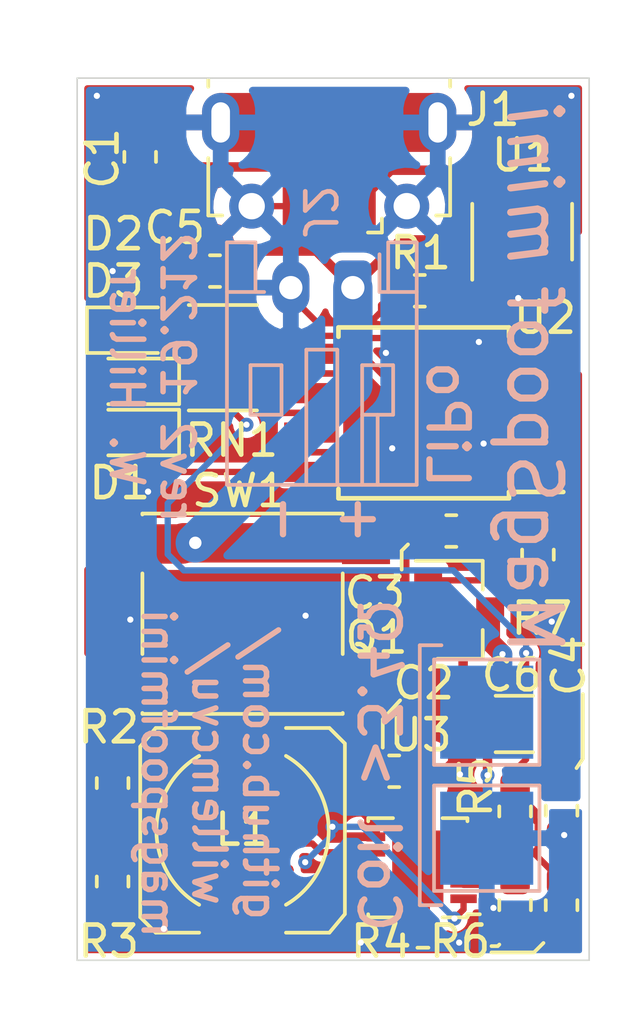
<source format=kicad_pcb>
(kicad_pcb (version 20171130) (host pcbnew "(5.1.2)-2")

  (general
    (thickness 1.6)
    (drawings 27)
    (tracks 188)
    (zones 0)
    (modules 27)
    (nets 18)
  )

  (page A4)
  (layers
    (0 F.Cu signal)
    (31 B.Cu signal)
    (32 B.Adhes user)
    (33 F.Adhes user)
    (34 B.Paste user)
    (35 F.Paste user)
    (36 B.SilkS user)
    (37 F.SilkS user)
    (38 B.Mask user)
    (39 F.Mask user)
    (40 Dwgs.User user)
    (41 Cmts.User user)
    (42 Eco1.User user)
    (43 Eco2.User user)
    (44 Edge.Cuts user)
    (45 Margin user)
    (46 B.CrtYd user)
    (47 F.CrtYd user)
    (48 B.Fab user)
    (49 F.Fab user)
  )

  (setup
    (last_trace_width 1.27)
    (user_trace_width 0.2032)
    (user_trace_width 0.254)
    (user_trace_width 0.3048)
    (user_trace_width 0.635)
    (user_trace_width 1.27)
    (user_trace_width 2.54)
    (trace_clearance 0.1524)
    (zone_clearance 0.2032)
    (zone_45_only no)
    (trace_min 0.1524)
    (via_size 0.8)
    (via_drill 0.4)
    (via_min_size 0.4)
    (via_min_drill 0.2)
    (user_via 0.45 0.2)
    (user_via 0.9 0.45)
    (uvia_size 0.3)
    (uvia_drill 0.1)
    (uvias_allowed no)
    (uvia_min_size 0.2)
    (uvia_min_drill 0.1)
    (edge_width 0.05)
    (segment_width 0.2)
    (pcb_text_width 0.3)
    (pcb_text_size 1.5 1.5)
    (mod_edge_width 0.12)
    (mod_text_size 1 1)
    (mod_text_width 0.15)
    (pad_size 1.524 1.524)
    (pad_drill 0.762)
    (pad_to_mask_clearance 0.051)
    (solder_mask_min_width 0.25)
    (aux_axis_origin 0 0)
    (visible_elements FFFFFF7F)
    (pcbplotparams
      (layerselection 0x010fc_ffffffff)
      (usegerberextensions false)
      (usegerberattributes false)
      (usegerberadvancedattributes false)
      (creategerberjobfile false)
      (excludeedgelayer true)
      (linewidth 0.100000)
      (plotframeref false)
      (viasonmask false)
      (mode 1)
      (useauxorigin false)
      (hpglpennumber 1)
      (hpglpenspeed 20)
      (hpglpendiameter 15.000000)
      (psnegative false)
      (psa4output false)
      (plotreference true)
      (plotvalue true)
      (plotinvisibletext false)
      (padsonsilk false)
      (subtractmaskfromsilk false)
      (outputformat 1)
      (mirror false)
      (drillshape 1)
      (scaleselection 1)
      (outputdirectory ""))
  )

  (net 0 "")
  (net 1 VBUS)
  (net 2 GND)
  (net 3 +VSW)
  (net 4 +5V)
  (net 5 +BATT)
  (net 6 "Net-(D1-Pad1)")
  (net 7 "Net-(D2-Pad2)")
  (net 8 "Net-(D3-Pad1)")
  (net 9 "Net-(L1-Pad2)")
  (net 10 "Net-(Q1-Pad1)")
  (net 11 /COIL2)
  (net 12 "Net-(R1-Pad1)")
  (net 13 "Net-(R2-Pad2)")
  (net 14 "Net-(R4-Pad2)")
  (net 15 /BATT_LOW_LED)
  (net 16 /COIL_CTRL)
  (net 17 /CHG_LED)

  (net_class Default "This is the default net class."
    (clearance 0.1524)
    (trace_width 0.1524)
    (via_dia 0.8)
    (via_drill 0.4)
    (uvia_dia 0.3)
    (uvia_drill 0.1)
    (diff_pair_width 0.2032)
    (diff_pair_gap 0.25)
    (add_net +5V)
    (add_net +BATT)
    (add_net +VSW)
    (add_net /BATT_LOW_LED)
    (add_net /CHG_LED)
    (add_net /COIL2)
    (add_net /COIL_CTRL)
    (add_net GND)
    (add_net "Net-(D1-Pad1)")
    (add_net "Net-(D2-Pad2)")
    (add_net "Net-(D3-Pad1)")
    (add_net "Net-(L1-Pad2)")
    (add_net "Net-(Q1-Pad1)")
    (add_net "Net-(R1-Pad1)")
    (add_net "Net-(R2-Pad2)")
    (add_net "Net-(R4-Pad2)")
    (add_net VBUS)
  )

  (module Capacitor_SMD:C_0603_1608Metric (layer F.Cu) (tedit 5B301BBE) (tstamp 5D415BAE)
    (at 135.382 -53.848 90)
    (descr "Capacitor SMD 0603 (1608 Metric), square (rectangular) end terminal, IPC_7351 nominal, (Body size source: http://www.tortai-tech.com/upload/download/2011102023233369053.pdf), generated with kicad-footprint-generator")
    (tags capacitor)
    (path /5B879BD6)
    (attr smd)
    (fp_text reference C1 (at -0.0508 -1.2192 90) (layer F.SilkS)
      (effects (font (size 1 1) (thickness 0.15)))
    )
    (fp_text value 0.1u (at 0 1.43 90) (layer F.Fab)
      (effects (font (size 1 1) (thickness 0.15)))
    )
    (fp_text user %R (at 0 0 90) (layer F.Fab)
      (effects (font (size 0.4 0.4) (thickness 0.06)))
    )
    (fp_line (start 1.48 0.73) (end -1.48 0.73) (layer F.CrtYd) (width 0.05))
    (fp_line (start 1.48 -0.73) (end 1.48 0.73) (layer F.CrtYd) (width 0.05))
    (fp_line (start -1.48 -0.73) (end 1.48 -0.73) (layer F.CrtYd) (width 0.05))
    (fp_line (start -1.48 0.73) (end -1.48 -0.73) (layer F.CrtYd) (width 0.05))
    (fp_line (start -0.162779 0.51) (end 0.162779 0.51) (layer F.SilkS) (width 0.12))
    (fp_line (start -0.162779 -0.51) (end 0.162779 -0.51) (layer F.SilkS) (width 0.12))
    (fp_line (start 0.8 0.4) (end -0.8 0.4) (layer F.Fab) (width 0.1))
    (fp_line (start 0.8 -0.4) (end 0.8 0.4) (layer F.Fab) (width 0.1))
    (fp_line (start -0.8 -0.4) (end 0.8 -0.4) (layer F.Fab) (width 0.1))
    (fp_line (start -0.8 0.4) (end -0.8 -0.4) (layer F.Fab) (width 0.1))
    (pad 2 smd roundrect (at 0.7875 0 90) (size 0.875 0.95) (layers F.Cu F.Paste F.Mask) (roundrect_rratio 0.25)
      (net 2 GND))
    (pad 1 smd roundrect (at -0.7875 0 90) (size 0.875 0.95) (layers F.Cu F.Paste F.Mask) (roundrect_rratio 0.25)
      (net 1 VBUS))
    (model ${KISYS3DMOD}/Capacitor_SMD.3dshapes/C_0603_1608Metric.wrl
      (at (xyz 0 0 0))
      (scale (xyz 1 1 1))
      (rotate (xyz 0 0 0))
    )
  )

  (module Capacitor_SMD:C_0603_1608Metric (layer F.Cu) (tedit 5B301BBE) (tstamp 5D418FE3)
    (at 143.5735 -34.036)
    (descr "Capacitor SMD 0603 (1608 Metric), square (rectangular) end terminal, IPC_7351 nominal, (Body size source: http://www.tortai-tech.com/upload/download/2011102023233369053.pdf), generated with kicad-footprint-generator")
    (tags capacitor)
    (path /5D45555C)
    (attr smd)
    (fp_text reference C2 (at 0.9525 -2.8448) (layer F.SilkS)
      (effects (font (size 1 1) (thickness 0.15)))
    )
    (fp_text value 10u (at 0 1.43) (layer F.Fab)
      (effects (font (size 1 1) (thickness 0.15)))
    )
    (fp_text user %R (at 0 0) (layer F.Fab)
      (effects (font (size 0.4 0.4) (thickness 0.06)))
    )
    (fp_line (start 1.48 0.73) (end -1.48 0.73) (layer F.CrtYd) (width 0.05))
    (fp_line (start 1.48 -0.73) (end 1.48 0.73) (layer F.CrtYd) (width 0.05))
    (fp_line (start -1.48 -0.73) (end 1.48 -0.73) (layer F.CrtYd) (width 0.05))
    (fp_line (start -1.48 0.73) (end -1.48 -0.73) (layer F.CrtYd) (width 0.05))
    (fp_line (start -0.162779 0.51) (end 0.162779 0.51) (layer F.SilkS) (width 0.12))
    (fp_line (start -0.162779 -0.51) (end 0.162779 -0.51) (layer F.SilkS) (width 0.12))
    (fp_line (start 0.8 0.4) (end -0.8 0.4) (layer F.Fab) (width 0.1))
    (fp_line (start 0.8 -0.4) (end 0.8 0.4) (layer F.Fab) (width 0.1))
    (fp_line (start -0.8 -0.4) (end 0.8 -0.4) (layer F.Fab) (width 0.1))
    (fp_line (start -0.8 0.4) (end -0.8 -0.4) (layer F.Fab) (width 0.1))
    (pad 2 smd roundrect (at 0.7875 0) (size 0.875 0.95) (layers F.Cu F.Paste F.Mask) (roundrect_rratio 0.25)
      (net 2 GND))
    (pad 1 smd roundrect (at -0.7875 0) (size 0.875 0.95) (layers F.Cu F.Paste F.Mask) (roundrect_rratio 0.25)
      (net 3 +VSW))
    (model ${KISYS3DMOD}/Capacitor_SMD.3dshapes/C_0603_1608Metric.wrl
      (at (xyz 0 0 0))
      (scale (xyz 1 1 1))
      (rotate (xyz 0 0 0))
    )
  )

  (module Capacitor_SMD:C_0603_1608Metric (layer F.Cu) (tedit 5B301BBE) (tstamp 5D41EEAE)
    (at 145.415 -41.783)
    (descr "Capacitor SMD 0603 (1608 Metric), square (rectangular) end terminal, IPC_7351 nominal, (Body size source: http://www.tortai-tech.com/upload/download/2011102023233369053.pdf), generated with kicad-footprint-generator")
    (tags capacitor)
    (path /5B88CEC4)
    (attr smd)
    (fp_text reference C3 (at -2.4638 2.0066) (layer F.SilkS)
      (effects (font (size 1 1) (thickness 0.15)))
    )
    (fp_text value 0.1u (at 0 1.43) (layer F.Fab)
      (effects (font (size 1 1) (thickness 0.15)))
    )
    (fp_text user %R (at 0 0) (layer F.Fab)
      (effects (font (size 0.4 0.4) (thickness 0.06)))
    )
    (fp_line (start 1.48 0.73) (end -1.48 0.73) (layer F.CrtYd) (width 0.05))
    (fp_line (start 1.48 -0.73) (end 1.48 0.73) (layer F.CrtYd) (width 0.05))
    (fp_line (start -1.48 -0.73) (end 1.48 -0.73) (layer F.CrtYd) (width 0.05))
    (fp_line (start -1.48 0.73) (end -1.48 -0.73) (layer F.CrtYd) (width 0.05))
    (fp_line (start -0.162779 0.51) (end 0.162779 0.51) (layer F.SilkS) (width 0.12))
    (fp_line (start -0.162779 -0.51) (end 0.162779 -0.51) (layer F.SilkS) (width 0.12))
    (fp_line (start 0.8 0.4) (end -0.8 0.4) (layer F.Fab) (width 0.1))
    (fp_line (start 0.8 -0.4) (end 0.8 0.4) (layer F.Fab) (width 0.1))
    (fp_line (start -0.8 -0.4) (end 0.8 -0.4) (layer F.Fab) (width 0.1))
    (fp_line (start -0.8 0.4) (end -0.8 -0.4) (layer F.Fab) (width 0.1))
    (pad 2 smd roundrect (at 0.7875 0) (size 0.875 0.95) (layers F.Cu F.Paste F.Mask) (roundrect_rratio 0.25)
      (net 2 GND))
    (pad 1 smd roundrect (at -0.7875 0) (size 0.875 0.95) (layers F.Cu F.Paste F.Mask) (roundrect_rratio 0.25)
      (net 4 +5V))
    (model ${KISYS3DMOD}/Capacitor_SMD.3dshapes/C_0603_1608Metric.wrl
      (at (xyz 0 0 0))
      (scale (xyz 1 1 1))
      (rotate (xyz 0 0 0))
    )
  )

  (module Capacitor_SMD:C_0603_1608Metric (layer F.Cu) (tedit 5B301BBE) (tstamp 5D4191B7)
    (at 148.971 -32.766 90)
    (descr "Capacitor SMD 0603 (1608 Metric), square (rectangular) end terminal, IPC_7351 nominal, (Body size source: http://www.tortai-tech.com/upload/download/2011102023233369053.pdf), generated with kicad-footprint-generator")
    (tags capacitor)
    (path /5D4671B0)
    (attr smd)
    (fp_text reference C4 (at 4.6736 0.2286 90) (layer F.SilkS)
      (effects (font (size 1 1) (thickness 0.15)))
    )
    (fp_text value 4.7u (at 0 1.43 90) (layer F.Fab)
      (effects (font (size 1 1) (thickness 0.15)))
    )
    (fp_text user %R (at 0 0 90) (layer F.Fab)
      (effects (font (size 0.4 0.4) (thickness 0.06)))
    )
    (fp_line (start 1.48 0.73) (end -1.48 0.73) (layer F.CrtYd) (width 0.05))
    (fp_line (start 1.48 -0.73) (end 1.48 0.73) (layer F.CrtYd) (width 0.05))
    (fp_line (start -1.48 -0.73) (end 1.48 -0.73) (layer F.CrtYd) (width 0.05))
    (fp_line (start -1.48 0.73) (end -1.48 -0.73) (layer F.CrtYd) (width 0.05))
    (fp_line (start -0.162779 0.51) (end 0.162779 0.51) (layer F.SilkS) (width 0.12))
    (fp_line (start -0.162779 -0.51) (end 0.162779 -0.51) (layer F.SilkS) (width 0.12))
    (fp_line (start 0.8 0.4) (end -0.8 0.4) (layer F.Fab) (width 0.1))
    (fp_line (start 0.8 -0.4) (end 0.8 0.4) (layer F.Fab) (width 0.1))
    (fp_line (start -0.8 -0.4) (end 0.8 -0.4) (layer F.Fab) (width 0.1))
    (fp_line (start -0.8 0.4) (end -0.8 -0.4) (layer F.Fab) (width 0.1))
    (pad 2 smd roundrect (at 0.7875 0 90) (size 0.875 0.95) (layers F.Cu F.Paste F.Mask) (roundrect_rratio 0.25)
      (net 2 GND))
    (pad 1 smd roundrect (at -0.7875 0 90) (size 0.875 0.95) (layers F.Cu F.Paste F.Mask) (roundrect_rratio 0.25)
      (net 4 +5V))
    (model ${KISYS3DMOD}/Capacitor_SMD.3dshapes/C_0603_1608Metric.wrl
      (at (xyz 0 0 0))
      (scale (xyz 1 1 1))
      (rotate (xyz 0 0 0))
    )
  )

  (module Capacitor_SMD:C_0603_1608Metric (layer F.Cu) (tedit 5B301BBE) (tstamp 5D415BF2)
    (at 137.795 -50.165 180)
    (descr "Capacitor SMD 0603 (1608 Metric), square (rectangular) end terminal, IPC_7351 nominal, (Body size source: http://www.tortai-tech.com/upload/download/2011102023233369053.pdf), generated with kicad-footprint-generator")
    (tags capacitor)
    (path /5B87B21A)
    (attr smd)
    (fp_text reference C5 (at 1.2954 1.397) (layer F.SilkS)
      (effects (font (size 1 1) (thickness 0.15)))
    )
    (fp_text value 4.7u (at 0 1.43) (layer F.Fab)
      (effects (font (size 1 1) (thickness 0.15)))
    )
    (fp_text user %R (at 0 0) (layer F.Fab)
      (effects (font (size 0.4 0.4) (thickness 0.06)))
    )
    (fp_line (start 1.48 0.73) (end -1.48 0.73) (layer F.CrtYd) (width 0.05))
    (fp_line (start 1.48 -0.73) (end 1.48 0.73) (layer F.CrtYd) (width 0.05))
    (fp_line (start -1.48 -0.73) (end 1.48 -0.73) (layer F.CrtYd) (width 0.05))
    (fp_line (start -1.48 0.73) (end -1.48 -0.73) (layer F.CrtYd) (width 0.05))
    (fp_line (start -0.162779 0.51) (end 0.162779 0.51) (layer F.SilkS) (width 0.12))
    (fp_line (start -0.162779 -0.51) (end 0.162779 -0.51) (layer F.SilkS) (width 0.12))
    (fp_line (start 0.8 0.4) (end -0.8 0.4) (layer F.Fab) (width 0.1))
    (fp_line (start 0.8 -0.4) (end 0.8 0.4) (layer F.Fab) (width 0.1))
    (fp_line (start -0.8 -0.4) (end 0.8 -0.4) (layer F.Fab) (width 0.1))
    (fp_line (start -0.8 0.4) (end -0.8 -0.4) (layer F.Fab) (width 0.1))
    (pad 2 smd roundrect (at 0.7875 0 180) (size 0.875 0.95) (layers F.Cu F.Paste F.Mask) (roundrect_rratio 0.25)
      (net 2 GND))
    (pad 1 smd roundrect (at -0.7875 0 180) (size 0.875 0.95) (layers F.Cu F.Paste F.Mask) (roundrect_rratio 0.25)
      (net 5 +BATT))
    (model ${KISYS3DMOD}/Capacitor_SMD.3dshapes/C_0603_1608Metric.wrl
      (at (xyz 0 0 0))
      (scale (xyz 1 1 1))
      (rotate (xyz 0 0 0))
    )
  )

  (module LED_SMD:LED_0603_1608Metric (layer F.Cu) (tedit 5B301BBE) (tstamp 5D415C29)
    (at 135.1535 -44.958 180)
    (descr "LED SMD 0603 (1608 Metric), square (rectangular) end terminal, IPC_7351 nominal, (Body size source: http://www.tortai-tech.com/upload/download/2011102023233369053.pdf), generated with kicad-footprint-generator")
    (tags diode)
    (path /5B8787C9)
    (attr smd)
    (fp_text reference D1 (at 0.4319 -1.6256) (layer F.SilkS)
      (effects (font (size 1 1) (thickness 0.15)))
    )
    (fp_text value BLUE_LED (at 0 1.43) (layer F.Fab)
      (effects (font (size 1 1) (thickness 0.15)))
    )
    (fp_text user %R (at 0 0) (layer F.Fab)
      (effects (font (size 0.4 0.4) (thickness 0.06)))
    )
    (fp_line (start 1.48 0.73) (end -1.48 0.73) (layer F.CrtYd) (width 0.05))
    (fp_line (start 1.48 -0.73) (end 1.48 0.73) (layer F.CrtYd) (width 0.05))
    (fp_line (start -1.48 -0.73) (end 1.48 -0.73) (layer F.CrtYd) (width 0.05))
    (fp_line (start -1.48 0.73) (end -1.48 -0.73) (layer F.CrtYd) (width 0.05))
    (fp_line (start -1.485 0.735) (end 0.8 0.735) (layer F.SilkS) (width 0.12))
    (fp_line (start -1.485 -0.735) (end -1.485 0.735) (layer F.SilkS) (width 0.12))
    (fp_line (start 0.8 -0.735) (end -1.485 -0.735) (layer F.SilkS) (width 0.12))
    (fp_line (start 0.8 0.4) (end 0.8 -0.4) (layer F.Fab) (width 0.1))
    (fp_line (start -0.8 0.4) (end 0.8 0.4) (layer F.Fab) (width 0.1))
    (fp_line (start -0.8 -0.1) (end -0.8 0.4) (layer F.Fab) (width 0.1))
    (fp_line (start -0.5 -0.4) (end -0.8 -0.1) (layer F.Fab) (width 0.1))
    (fp_line (start 0.8 -0.4) (end -0.5 -0.4) (layer F.Fab) (width 0.1))
    (pad 2 smd roundrect (at 0.7875 0 180) (size 0.875 0.95) (layers F.Cu F.Paste F.Mask) (roundrect_rratio 0.25)
      (net 5 +BATT))
    (pad 1 smd roundrect (at -0.7875 0 180) (size 0.875 0.95) (layers F.Cu F.Paste F.Mask) (roundrect_rratio 0.25)
      (net 6 "Net-(D1-Pad1)"))
    (model ${KISYS3DMOD}/LED_SMD.3dshapes/LED_0603_1608Metric.wrl
      (at (xyz 0 0 0))
      (scale (xyz 1 1 1))
      (rotate (xyz 0 0 0))
    )
  )

  (module LED_SMD:LED_0603_1608Metric (layer F.Cu) (tedit 5B301BBE) (tstamp 5D415C3C)
    (at 135.1535 -48.26)
    (descr "LED SMD 0603 (1608 Metric), square (rectangular) end terminal, IPC_7351 nominal, (Body size source: http://www.tortai-tech.com/upload/download/2011102023233369053.pdf), generated with kicad-footprint-generator")
    (tags diode)
    (path /5B8769C5)
    (attr smd)
    (fp_text reference D2 (at -0.6351 -3.0988) (layer F.SilkS)
      (effects (font (size 1 1) (thickness 0.15)))
    )
    (fp_text value GREEN_LED (at 0 1.43) (layer F.Fab)
      (effects (font (size 1 1) (thickness 0.15)))
    )
    (fp_text user %R (at 0 0) (layer F.Fab)
      (effects (font (size 0.4 0.4) (thickness 0.06)))
    )
    (fp_line (start 1.48 0.73) (end -1.48 0.73) (layer F.CrtYd) (width 0.05))
    (fp_line (start 1.48 -0.73) (end 1.48 0.73) (layer F.CrtYd) (width 0.05))
    (fp_line (start -1.48 -0.73) (end 1.48 -0.73) (layer F.CrtYd) (width 0.05))
    (fp_line (start -1.48 0.73) (end -1.48 -0.73) (layer F.CrtYd) (width 0.05))
    (fp_line (start -1.485 0.735) (end 0.8 0.735) (layer F.SilkS) (width 0.12))
    (fp_line (start -1.485 -0.735) (end -1.485 0.735) (layer F.SilkS) (width 0.12))
    (fp_line (start 0.8 -0.735) (end -1.485 -0.735) (layer F.SilkS) (width 0.12))
    (fp_line (start 0.8 0.4) (end 0.8 -0.4) (layer F.Fab) (width 0.1))
    (fp_line (start -0.8 0.4) (end 0.8 0.4) (layer F.Fab) (width 0.1))
    (fp_line (start -0.8 -0.1) (end -0.8 0.4) (layer F.Fab) (width 0.1))
    (fp_line (start -0.5 -0.4) (end -0.8 -0.1) (layer F.Fab) (width 0.1))
    (fp_line (start 0.8 -0.4) (end -0.5 -0.4) (layer F.Fab) (width 0.1))
    (pad 2 smd roundrect (at 0.7875 0) (size 0.875 0.95) (layers F.Cu F.Paste F.Mask) (roundrect_rratio 0.25)
      (net 7 "Net-(D2-Pad2)"))
    (pad 1 smd roundrect (at -0.7875 0) (size 0.875 0.95) (layers F.Cu F.Paste F.Mask) (roundrect_rratio 0.25)
      (net 2 GND))
    (model ${KISYS3DMOD}/LED_SMD.3dshapes/LED_0603_1608Metric.wrl
      (at (xyz 0 0 0))
      (scale (xyz 1 1 1))
      (rotate (xyz 0 0 0))
    )
  )

  (module LED_SMD:LED_0603_1608Metric (layer F.Cu) (tedit 5B301BBE) (tstamp 5D415C4F)
    (at 135.1535 -46.609 180)
    (descr "LED SMD 0603 (1608 Metric), square (rectangular) end terminal, IPC_7351 nominal, (Body size source: http://www.tortai-tech.com/upload/download/2011102023233369053.pdf), generated with kicad-footprint-generator")
    (tags diode)
    (path /5B870A59)
    (attr smd)
    (fp_text reference D3 (at 0.6351 3.2258) (layer F.SilkS)
      (effects (font (size 1 1) (thickness 0.15)))
    )
    (fp_text value RED_LED (at 0 1.43) (layer F.Fab)
      (effects (font (size 1 1) (thickness 0.15)))
    )
    (fp_text user %R (at 0 0) (layer F.Fab)
      (effects (font (size 0.4 0.4) (thickness 0.06)))
    )
    (fp_line (start 1.48 0.73) (end -1.48 0.73) (layer F.CrtYd) (width 0.05))
    (fp_line (start 1.48 -0.73) (end 1.48 0.73) (layer F.CrtYd) (width 0.05))
    (fp_line (start -1.48 -0.73) (end 1.48 -0.73) (layer F.CrtYd) (width 0.05))
    (fp_line (start -1.48 0.73) (end -1.48 -0.73) (layer F.CrtYd) (width 0.05))
    (fp_line (start -1.485 0.735) (end 0.8 0.735) (layer F.SilkS) (width 0.12))
    (fp_line (start -1.485 -0.735) (end -1.485 0.735) (layer F.SilkS) (width 0.12))
    (fp_line (start 0.8 -0.735) (end -1.485 -0.735) (layer F.SilkS) (width 0.12))
    (fp_line (start 0.8 0.4) (end 0.8 -0.4) (layer F.Fab) (width 0.1))
    (fp_line (start -0.8 0.4) (end 0.8 0.4) (layer F.Fab) (width 0.1))
    (fp_line (start -0.8 -0.1) (end -0.8 0.4) (layer F.Fab) (width 0.1))
    (fp_line (start -0.5 -0.4) (end -0.8 -0.1) (layer F.Fab) (width 0.1))
    (fp_line (start 0.8 -0.4) (end -0.5 -0.4) (layer F.Fab) (width 0.1))
    (pad 2 smd roundrect (at 0.7875 0 180) (size 0.875 0.95) (layers F.Cu F.Paste F.Mask) (roundrect_rratio 0.25)
      (net 4 +5V))
    (pad 1 smd roundrect (at -0.7875 0 180) (size 0.875 0.95) (layers F.Cu F.Paste F.Mask) (roundrect_rratio 0.25)
      (net 8 "Net-(D3-Pad1)"))
    (model ${KISYS3DMOD}/LED_SMD.3dshapes/LED_0603_1608Metric.wrl
      (at (xyz 0 0 0))
      (scale (xyz 1 1 1))
      (rotate (xyz 0 0 0))
    )
  )

  (module footprints:L_B82462G4_6.3mmx3mm (layer F.Cu) (tedit 5D410761) (tstamp 5D419014)
    (at 138.684 -32.131 270)
    (path /5D451136)
    (fp_text reference L1 (at -0.0254 0 180) (layer F.SilkS)
      (effects (font (size 1 1) (thickness 0.15)))
    )
    (fp_text value 6.8uH (at 0 0 90) (layer F.Fab)
      (effects (font (size 1 1) (thickness 0.15)))
    )
    (fp_arc (start 0 0) (end -2.4 1.4) (angle -119.4871257) (layer F.SilkS) (width 0.12))
    (fp_arc (start 0 0) (end 2.4 -1.4) (angle -119.4871257) (layer F.SilkS) (width 0.12))
    (fp_line (start 2.8 3.3) (end 3.3 2.8) (layer F.SilkS) (width 0.12))
    (fp_line (start -3.3 2.8) (end -2.7 3.3) (layer F.SilkS) (width 0.12))
    (fp_line (start 2.7 -3.3) (end 3.3 -2.8) (layer F.SilkS) (width 0.12))
    (fp_line (start -3.3 -2.8) (end -2.8 -3.3) (layer F.SilkS) (width 0.12))
    (fp_line (start 3.3 -1.4) (end 3.3 -2.8) (layer F.SilkS) (width 0.12))
    (fp_line (start 3.3 2.8) (end 3.3 1.4) (layer F.SilkS) (width 0.12))
    (fp_line (start -3.3 2.8) (end -3.3 1.4) (layer F.SilkS) (width 0.12))
    (fp_line (start -3.3 -1.4) (end -3.3 -2.8) (layer F.SilkS) (width 0.12))
    (fp_line (start -2.7 3.3) (end 2.8 3.3) (layer F.SilkS) (width 0.12))
    (fp_line (start -2.8 -3.3) (end 2.7 -3.3) (layer F.SilkS) (width 0.12))
    (pad 2 smd rect (at 2.75 0 270) (size 1.5 2.4) (layers F.Cu F.Paste F.Mask)
      (net 9 "Net-(L1-Pad2)"))
    (pad 1 smd rect (at -2.75 0 270) (size 1.5 2.4) (layers F.Cu F.Paste F.Mask)
      (net 3 +VSW))
  )

  (module Package_TO_SOT_SMD:SOT-23 (layer F.Cu) (tedit 5A02FF57) (tstamp 5D415C76)
    (at 145.669 -39.243)
    (descr "SOT-23, Standard")
    (tags SOT-23)
    (path /5D4C6C2A)
    (attr smd)
    (fp_text reference Q1 (at -2.667 0.889) (layer F.SilkS)
      (effects (font (size 1 1) (thickness 0.15)))
    )
    (fp_text value Q_NMOS_GDS (at 0 2.5) (layer F.Fab)
      (effects (font (size 1 1) (thickness 0.15)))
    )
    (fp_line (start 0.76 1.58) (end -0.7 1.58) (layer F.SilkS) (width 0.12))
    (fp_line (start 0.76 -1.58) (end -1.4 -1.58) (layer F.SilkS) (width 0.12))
    (fp_line (start -1.7 1.75) (end -1.7 -1.75) (layer F.CrtYd) (width 0.05))
    (fp_line (start 1.7 1.75) (end -1.7 1.75) (layer F.CrtYd) (width 0.05))
    (fp_line (start 1.7 -1.75) (end 1.7 1.75) (layer F.CrtYd) (width 0.05))
    (fp_line (start -1.7 -1.75) (end 1.7 -1.75) (layer F.CrtYd) (width 0.05))
    (fp_line (start 0.76 -1.58) (end 0.76 -0.65) (layer F.SilkS) (width 0.12))
    (fp_line (start 0.76 1.58) (end 0.76 0.65) (layer F.SilkS) (width 0.12))
    (fp_line (start -0.7 1.52) (end 0.7 1.52) (layer F.Fab) (width 0.1))
    (fp_line (start 0.7 -1.52) (end 0.7 1.52) (layer F.Fab) (width 0.1))
    (fp_line (start -0.7 -0.95) (end -0.15 -1.52) (layer F.Fab) (width 0.1))
    (fp_line (start -0.15 -1.52) (end 0.7 -1.52) (layer F.Fab) (width 0.1))
    (fp_line (start -0.7 -0.95) (end -0.7 1.5) (layer F.Fab) (width 0.1))
    (fp_text user %R (at 0 0 90) (layer F.Fab)
      (effects (font (size 0.5 0.5) (thickness 0.075)))
    )
    (pad 3 smd rect (at 1 0) (size 0.9 0.8) (layers F.Cu F.Paste F.Mask)
      (net 11 /COIL2))
    (pad 2 smd rect (at -1 0.95) (size 0.9 0.8) (layers F.Cu F.Paste F.Mask)
      (net 2 GND))
    (pad 1 smd rect (at -1 -0.95) (size 0.9 0.8) (layers F.Cu F.Paste F.Mask)
      (net 10 "Net-(Q1-Pad1)"))
    (model ${KISYS3DMOD}/Package_TO_SOT_SMD.3dshapes/SOT-23.wrl
      (at (xyz 0 0 0))
      (scale (xyz 1 1 1))
      (rotate (xyz 0 0 0))
    )
  )

  (module Resistor_SMD:R_0603_1608Metric (layer F.Cu) (tedit 5B301BBD) (tstamp 5D415C87)
    (at 144.399 -49.53 180)
    (descr "Resistor SMD 0603 (1608 Metric), square (rectangular) end terminal, IPC_7351 nominal, (Body size source: http://www.tortai-tech.com/upload/download/2011102023233369053.pdf), generated with kicad-footprint-generator")
    (tags resistor)
    (path /5B87B21E)
    (attr smd)
    (fp_text reference R1 (at -0.0254 1.2192) (layer F.SilkS)
      (effects (font (size 1 1) (thickness 0.15)))
    )
    (fp_text value 47k (at 0 1.43) (layer F.Fab)
      (effects (font (size 1 1) (thickness 0.15)))
    )
    (fp_text user %R (at 0 0) (layer F.Fab)
      (effects (font (size 0.4 0.4) (thickness 0.06)))
    )
    (fp_line (start 1.48 0.73) (end -1.48 0.73) (layer F.CrtYd) (width 0.05))
    (fp_line (start 1.48 -0.73) (end 1.48 0.73) (layer F.CrtYd) (width 0.05))
    (fp_line (start -1.48 -0.73) (end 1.48 -0.73) (layer F.CrtYd) (width 0.05))
    (fp_line (start -1.48 0.73) (end -1.48 -0.73) (layer F.CrtYd) (width 0.05))
    (fp_line (start -0.162779 0.51) (end 0.162779 0.51) (layer F.SilkS) (width 0.12))
    (fp_line (start -0.162779 -0.51) (end 0.162779 -0.51) (layer F.SilkS) (width 0.12))
    (fp_line (start 0.8 0.4) (end -0.8 0.4) (layer F.Fab) (width 0.1))
    (fp_line (start 0.8 -0.4) (end 0.8 0.4) (layer F.Fab) (width 0.1))
    (fp_line (start -0.8 -0.4) (end 0.8 -0.4) (layer F.Fab) (width 0.1))
    (fp_line (start -0.8 0.4) (end -0.8 -0.4) (layer F.Fab) (width 0.1))
    (pad 2 smd roundrect (at 0.7875 0 180) (size 0.875 0.95) (layers F.Cu F.Paste F.Mask) (roundrect_rratio 0.25)
      (net 2 GND))
    (pad 1 smd roundrect (at -0.7875 0 180) (size 0.875 0.95) (layers F.Cu F.Paste F.Mask) (roundrect_rratio 0.25)
      (net 12 "Net-(R1-Pad1)"))
    (model ${KISYS3DMOD}/Resistor_SMD.3dshapes/R_0603_1608Metric.wrl
      (at (xyz 0 0 0))
      (scale (xyz 1 1 1))
      (rotate (xyz 0 0 0))
    )
  )

  (module Resistor_SMD:R_0603_1608Metric (layer F.Cu) (tedit 5B301BBD) (tstamp 5D419046)
    (at 134.493 -33.655 270)
    (descr "Resistor SMD 0603 (1608 Metric), square (rectangular) end terminal, IPC_7351 nominal, (Body size source: http://www.tortai-tech.com/upload/download/2011102023233369053.pdf), generated with kicad-footprint-generator")
    (tags resistor)
    (path /5D455B70)
    (attr smd)
    (fp_text reference R2 (at -1.8034 0.127 180) (layer F.SilkS)
      (effects (font (size 1 1) (thickness 0.15)))
    )
    (fp_text value R1 (at 0 1.43 90) (layer F.Fab)
      (effects (font (size 1 1) (thickness 0.15)))
    )
    (fp_text user %R (at 0 0 90) (layer F.Fab)
      (effects (font (size 0.4 0.4) (thickness 0.06)))
    )
    (fp_line (start 1.48 0.73) (end -1.48 0.73) (layer F.CrtYd) (width 0.05))
    (fp_line (start 1.48 -0.73) (end 1.48 0.73) (layer F.CrtYd) (width 0.05))
    (fp_line (start -1.48 -0.73) (end 1.48 -0.73) (layer F.CrtYd) (width 0.05))
    (fp_line (start -1.48 0.73) (end -1.48 -0.73) (layer F.CrtYd) (width 0.05))
    (fp_line (start -0.162779 0.51) (end 0.162779 0.51) (layer F.SilkS) (width 0.12))
    (fp_line (start -0.162779 -0.51) (end 0.162779 -0.51) (layer F.SilkS) (width 0.12))
    (fp_line (start 0.8 0.4) (end -0.8 0.4) (layer F.Fab) (width 0.1))
    (fp_line (start 0.8 -0.4) (end 0.8 0.4) (layer F.Fab) (width 0.1))
    (fp_line (start -0.8 -0.4) (end 0.8 -0.4) (layer F.Fab) (width 0.1))
    (fp_line (start -0.8 0.4) (end -0.8 -0.4) (layer F.Fab) (width 0.1))
    (pad 2 smd roundrect (at 0.7875 0 270) (size 0.875 0.95) (layers F.Cu F.Paste F.Mask) (roundrect_rratio 0.25)
      (net 13 "Net-(R2-Pad2)"))
    (pad 1 smd roundrect (at -0.7875 0 270) (size 0.875 0.95) (layers F.Cu F.Paste F.Mask) (roundrect_rratio 0.25)
      (net 3 +VSW))
    (model ${KISYS3DMOD}/Resistor_SMD.3dshapes/R_0603_1608Metric.wrl
      (at (xyz 0 0 0))
      (scale (xyz 1 1 1))
      (rotate (xyz 0 0 0))
    )
  )

  (module Resistor_SMD:R_0603_1608Metric (layer F.Cu) (tedit 5B301BBD) (tstamp 5D419157)
    (at 134.493 -30.48 270)
    (descr "Resistor SMD 0603 (1608 Metric), square (rectangular) end terminal, IPC_7351 nominal, (Body size source: http://www.tortai-tech.com/upload/download/2011102023233369053.pdf), generated with kicad-footprint-generator")
    (tags resistor)
    (path /5D45BBF9)
    (attr smd)
    (fp_text reference R3 (at 1.9304 0.127 180) (layer F.SilkS)
      (effects (font (size 1 1) (thickness 0.15)))
    )
    (fp_text value R2 (at 0 1.43 90) (layer F.Fab)
      (effects (font (size 1 1) (thickness 0.15)))
    )
    (fp_text user %R (at 0 0 90) (layer F.Fab)
      (effects (font (size 0.4 0.4) (thickness 0.06)))
    )
    (fp_line (start 1.48 0.73) (end -1.48 0.73) (layer F.CrtYd) (width 0.05))
    (fp_line (start 1.48 -0.73) (end 1.48 0.73) (layer F.CrtYd) (width 0.05))
    (fp_line (start -1.48 -0.73) (end 1.48 -0.73) (layer F.CrtYd) (width 0.05))
    (fp_line (start -1.48 0.73) (end -1.48 -0.73) (layer F.CrtYd) (width 0.05))
    (fp_line (start -0.162779 0.51) (end 0.162779 0.51) (layer F.SilkS) (width 0.12))
    (fp_line (start -0.162779 -0.51) (end 0.162779 -0.51) (layer F.SilkS) (width 0.12))
    (fp_line (start 0.8 0.4) (end -0.8 0.4) (layer F.Fab) (width 0.1))
    (fp_line (start 0.8 -0.4) (end 0.8 0.4) (layer F.Fab) (width 0.1))
    (fp_line (start -0.8 -0.4) (end 0.8 -0.4) (layer F.Fab) (width 0.1))
    (fp_line (start -0.8 0.4) (end -0.8 -0.4) (layer F.Fab) (width 0.1))
    (pad 2 smd roundrect (at 0.7875 0 270) (size 0.875 0.95) (layers F.Cu F.Paste F.Mask) (roundrect_rratio 0.25)
      (net 2 GND))
    (pad 1 smd roundrect (at -0.7875 0 270) (size 0.875 0.95) (layers F.Cu F.Paste F.Mask) (roundrect_rratio 0.25)
      (net 13 "Net-(R2-Pad2)"))
    (model ${KISYS3DMOD}/Resistor_SMD.3dshapes/R_0603_1608Metric.wrl
      (at (xyz 0 0 0))
      (scale (xyz 1 1 1))
      (rotate (xyz 0 0 0))
    )
  )

  (module Resistor_SMD:R_0603_1608Metric (layer F.Cu) (tedit 5B301BBD) (tstamp 5D419127)
    (at 147.4724 -29.718 90)
    (descr "Resistor SMD 0603 (1608 Metric), square (rectangular) end terminal, IPC_7351 nominal, (Body size source: http://www.tortai-tech.com/upload/download/2011102023233369053.pdf), generated with kicad-footprint-generator")
    (tags resistor)
    (path /5D46487C)
    (attr smd)
    (fp_text reference R4 (at -1.1684 -4.318 180) (layer F.SilkS)
      (effects (font (size 1 1) (thickness 0.15)))
    )
    (fp_text value R3 (at 0 1.43 90) (layer F.Fab)
      (effects (font (size 1 1) (thickness 0.15)))
    )
    (fp_text user %R (at 0 0 90) (layer F.Fab)
      (effects (font (size 0.4 0.4) (thickness 0.06)))
    )
    (fp_line (start 1.48 0.73) (end -1.48 0.73) (layer F.CrtYd) (width 0.05))
    (fp_line (start 1.48 -0.73) (end 1.48 0.73) (layer F.CrtYd) (width 0.05))
    (fp_line (start -1.48 -0.73) (end 1.48 -0.73) (layer F.CrtYd) (width 0.05))
    (fp_line (start -1.48 0.73) (end -1.48 -0.73) (layer F.CrtYd) (width 0.05))
    (fp_line (start -0.162779 0.51) (end 0.162779 0.51) (layer F.SilkS) (width 0.12))
    (fp_line (start -0.162779 -0.51) (end 0.162779 -0.51) (layer F.SilkS) (width 0.12))
    (fp_line (start 0.8 0.4) (end -0.8 0.4) (layer F.Fab) (width 0.1))
    (fp_line (start 0.8 -0.4) (end 0.8 0.4) (layer F.Fab) (width 0.1))
    (fp_line (start -0.8 -0.4) (end 0.8 -0.4) (layer F.Fab) (width 0.1))
    (fp_line (start -0.8 0.4) (end -0.8 -0.4) (layer F.Fab) (width 0.1))
    (pad 2 smd roundrect (at 0.7875 0 90) (size 0.875 0.95) (layers F.Cu F.Paste F.Mask) (roundrect_rratio 0.25)
      (net 14 "Net-(R4-Pad2)"))
    (pad 1 smd roundrect (at -0.7875 0 90) (size 0.875 0.95) (layers F.Cu F.Paste F.Mask) (roundrect_rratio 0.25)
      (net 4 +5V))
    (model ${KISYS3DMOD}/Resistor_SMD.3dshapes/R_0603_1608Metric.wrl
      (at (xyz 0 0 0))
      (scale (xyz 1 1 1))
      (rotate (xyz 0 0 0))
    )
  )

  (module Resistor_SMD:R_0603_1608Metric (layer F.Cu) (tedit 5B301BBD) (tstamp 5D419076)
    (at 147.4724 -32.7406 90)
    (descr "Resistor SMD 0603 (1608 Metric), square (rectangular) end terminal, IPC_7351 nominal, (Body size source: http://www.tortai-tech.com/upload/download/2011102023233369053.pdf), generated with kicad-footprint-generator")
    (tags resistor)
    (path /5D464FA2)
    (attr smd)
    (fp_text reference R5 (at 0.7874 -1.27 90) (layer F.SilkS)
      (effects (font (size 1 1) (thickness 0.15)))
    )
    (fp_text value R4 (at 0 1.43 90) (layer F.Fab)
      (effects (font (size 1 1) (thickness 0.15)))
    )
    (fp_text user %R (at 0 0 90) (layer F.Fab)
      (effects (font (size 0.4 0.4) (thickness 0.06)))
    )
    (fp_line (start 1.48 0.73) (end -1.48 0.73) (layer F.CrtYd) (width 0.05))
    (fp_line (start 1.48 -0.73) (end 1.48 0.73) (layer F.CrtYd) (width 0.05))
    (fp_line (start -1.48 -0.73) (end 1.48 -0.73) (layer F.CrtYd) (width 0.05))
    (fp_line (start -1.48 0.73) (end -1.48 -0.73) (layer F.CrtYd) (width 0.05))
    (fp_line (start -0.162779 0.51) (end 0.162779 0.51) (layer F.SilkS) (width 0.12))
    (fp_line (start -0.162779 -0.51) (end 0.162779 -0.51) (layer F.SilkS) (width 0.12))
    (fp_line (start 0.8 0.4) (end -0.8 0.4) (layer F.Fab) (width 0.1))
    (fp_line (start 0.8 -0.4) (end 0.8 0.4) (layer F.Fab) (width 0.1))
    (fp_line (start -0.8 -0.4) (end 0.8 -0.4) (layer F.Fab) (width 0.1))
    (fp_line (start -0.8 0.4) (end -0.8 -0.4) (layer F.Fab) (width 0.1))
    (pad 2 smd roundrect (at 0.7875 0 90) (size 0.875 0.95) (layers F.Cu F.Paste F.Mask) (roundrect_rratio 0.25)
      (net 15 /BATT_LOW_LED))
    (pad 1 smd roundrect (at -0.7875 0 90) (size 0.875 0.95) (layers F.Cu F.Paste F.Mask) (roundrect_rratio 0.25)
      (net 14 "Net-(R4-Pad2)"))
    (model ${KISYS3DMOD}/Resistor_SMD.3dshapes/R_0603_1608Metric.wrl
      (at (xyz 0 0 0))
      (scale (xyz 1 1 1))
      (rotate (xyz 0 0 0))
    )
  )

  (module Resistor_SMD:R_0603_1608Metric (layer F.Cu) (tedit 5B301BBD) (tstamp 5D419187)
    (at 148.971 -29.718 90)
    (descr "Resistor SMD 0603 (1608 Metric), square (rectangular) end terminal, IPC_7351 nominal, (Body size source: http://www.tortai-tech.com/upload/download/2011102023233369053.pdf), generated with kicad-footprint-generator")
    (tags resistor)
    (path /5D46B36C)
    (attr smd)
    (fp_text reference R6 (at -1.1684 -3.2766 180) (layer F.SilkS)
      (effects (font (size 1 1) (thickness 0.15)))
    )
    (fp_text value R5 (at 0 1.43 90) (layer F.Fab)
      (effects (font (size 1 1) (thickness 0.15)))
    )
    (fp_text user %R (at 0 0 90) (layer F.Fab)
      (effects (font (size 0.4 0.4) (thickness 0.06)))
    )
    (fp_line (start 1.48 0.73) (end -1.48 0.73) (layer F.CrtYd) (width 0.05))
    (fp_line (start 1.48 -0.73) (end 1.48 0.73) (layer F.CrtYd) (width 0.05))
    (fp_line (start -1.48 -0.73) (end 1.48 -0.73) (layer F.CrtYd) (width 0.05))
    (fp_line (start -1.48 0.73) (end -1.48 -0.73) (layer F.CrtYd) (width 0.05))
    (fp_line (start -0.162779 0.51) (end 0.162779 0.51) (layer F.SilkS) (width 0.12))
    (fp_line (start -0.162779 -0.51) (end 0.162779 -0.51) (layer F.SilkS) (width 0.12))
    (fp_line (start 0.8 0.4) (end -0.8 0.4) (layer F.Fab) (width 0.1))
    (fp_line (start 0.8 -0.4) (end 0.8 0.4) (layer F.Fab) (width 0.1))
    (fp_line (start -0.8 -0.4) (end 0.8 -0.4) (layer F.Fab) (width 0.1))
    (fp_line (start -0.8 0.4) (end -0.8 -0.4) (layer F.Fab) (width 0.1))
    (pad 2 smd roundrect (at 0.7875 0 90) (size 0.875 0.95) (layers F.Cu F.Paste F.Mask) (roundrect_rratio 0.25)
      (net 15 /BATT_LOW_LED))
    (pad 1 smd roundrect (at -0.7875 0 90) (size 0.875 0.95) (layers F.Cu F.Paste F.Mask) (roundrect_rratio 0.25)
      (net 4 +5V))
    (model ${KISYS3DMOD}/Resistor_SMD.3dshapes/R_0603_1608Metric.wrl
      (at (xyz 0 0 0))
      (scale (xyz 1 1 1))
      (rotate (xyz 0 0 0))
    )
  )

  (module Resistor_SMD:R_0603_1608Metric (layer F.Cu) (tedit 5B301BBD) (tstamp 5D415CED)
    (at 148.209 -41.021 90)
    (descr "Resistor SMD 0603 (1608 Metric), square (rectangular) end terminal, IPC_7351 nominal, (Body size source: http://www.tortai-tech.com/upload/download/2011102023233369053.pdf), generated with kicad-footprint-generator")
    (tags resistor)
    (path /5D4CE6F5)
    (attr smd)
    (fp_text reference R7 (at -2.0574 0.127 180) (layer F.SilkS)
      (effects (font (size 1 1) (thickness 0.15)))
    )
    (fp_text value 1k (at 0 1.43 90) (layer F.Fab)
      (effects (font (size 1 1) (thickness 0.15)))
    )
    (fp_text user %R (at 0 0 90) (layer F.Fab)
      (effects (font (size 0.4 0.4) (thickness 0.06)))
    )
    (fp_line (start 1.48 0.73) (end -1.48 0.73) (layer F.CrtYd) (width 0.05))
    (fp_line (start 1.48 -0.73) (end 1.48 0.73) (layer F.CrtYd) (width 0.05))
    (fp_line (start -1.48 -0.73) (end 1.48 -0.73) (layer F.CrtYd) (width 0.05))
    (fp_line (start -1.48 0.73) (end -1.48 -0.73) (layer F.CrtYd) (width 0.05))
    (fp_line (start -0.162779 0.51) (end 0.162779 0.51) (layer F.SilkS) (width 0.12))
    (fp_line (start -0.162779 -0.51) (end 0.162779 -0.51) (layer F.SilkS) (width 0.12))
    (fp_line (start 0.8 0.4) (end -0.8 0.4) (layer F.Fab) (width 0.1))
    (fp_line (start 0.8 -0.4) (end 0.8 0.4) (layer F.Fab) (width 0.1))
    (fp_line (start -0.8 -0.4) (end 0.8 -0.4) (layer F.Fab) (width 0.1))
    (fp_line (start -0.8 0.4) (end -0.8 -0.4) (layer F.Fab) (width 0.1))
    (pad 2 smd roundrect (at 0.7875 0 90) (size 0.875 0.95) (layers F.Cu F.Paste F.Mask) (roundrect_rratio 0.25)
      (net 16 /COIL_CTRL))
    (pad 1 smd roundrect (at -0.7875 0 90) (size 0.875 0.95) (layers F.Cu F.Paste F.Mask) (roundrect_rratio 0.25)
      (net 10 "Net-(Q1-Pad1)"))
    (model ${KISYS3DMOD}/Resistor_SMD.3dshapes/R_0603_1608Metric.wrl
      (at (xyz 0 0 0))
      (scale (xyz 1 1 1))
      (rotate (xyz 0 0 0))
    )
  )

  (module Resistor_SMD:R_Cat16-4 (layer F.Cu) (tedit 58E0A91E) (tstamp 5D415D05)
    (at 138.049 -47.371 180)
    (descr "SMT resistor net, Bourns CAT16 series, 4 way")
    (tags "SMT resistor net Bourns CAT16 series 4 way")
    (path /5BCAE0B7)
    (attr smd)
    (fp_text reference RN1 (at -0.2794 -2.667) (layer F.SilkS)
      (effects (font (size 1 1) (thickness 0.15)))
    )
    (fp_text value 1k (at 0 2.55) (layer F.Fab)
      (effects (font (size 1 1) (thickness 0.15)))
    )
    (fp_circle (center 0 0) (end -0.1 0) (layer F.Adhes) (width 0.2))
    (fp_line (start 1.39 1.85) (end -1.39 1.85) (layer F.CrtYd) (width 0.05))
    (fp_line (start 1.39 1.85) (end 1.39 -1.85) (layer F.CrtYd) (width 0.05))
    (fp_line (start -1.39 -1.85) (end -1.39 1.85) (layer F.CrtYd) (width 0.05))
    (fp_line (start -1.39 -1.85) (end 1.39 -1.85) (layer F.CrtYd) (width 0.05))
    (fp_line (start 1.1 -1.7) (end -1.1 -1.7) (layer F.SilkS) (width 0.12))
    (fp_line (start 1.1 1.7) (end -1.1 1.7) (layer F.SilkS) (width 0.12))
    (fp_line (start 0.8 -1.6) (end 0.8 1.6) (layer F.Fab) (width 0.1))
    (fp_line (start -0.8 -1.6) (end 0.8 -1.6) (layer F.Fab) (width 0.1))
    (fp_line (start -0.8 1.6) (end -0.8 -1.6) (layer F.Fab) (width 0.1))
    (fp_line (start 0.8 1.6) (end -0.8 1.6) (layer F.Fab) (width 0.1))
    (fp_text user %R (at 0 0 90) (layer F.Fab)
      (effects (font (size 0.5 0.5) (thickness 0.075)))
    )
    (pad 8 smd rect (at 0.76 -1.2) (size 0.76 0.43) (layers F.Cu F.Paste F.Mask)
      (net 6 "Net-(D1-Pad1)"))
    (pad 5 smd rect (at 0.76 1.2) (size 0.76 0.43) (layers F.Cu F.Paste F.Mask))
    (pad 4 smd rect (at -0.76 1.2) (size 0.76 0.43) (layers F.Cu F.Paste F.Mask))
    (pad 1 smd rect (at -0.76 -1.2) (size 0.76 0.43) (layers F.Cu F.Paste F.Mask)
      (net 17 /CHG_LED))
    (pad 6 smd rect (at 0.76 0.4) (size 0.76 0.43) (layers F.Cu F.Paste F.Mask)
      (net 7 "Net-(D2-Pad2)"))
    (pad 3 smd rect (at -0.76 0.4) (size 0.76 0.43) (layers F.Cu F.Paste F.Mask)
      (net 17 /CHG_LED))
    (pad 7 smd rect (at 0.76 -0.4) (size 0.76 0.43) (layers F.Cu F.Paste F.Mask)
      (net 8 "Net-(D3-Pad1)"))
    (pad 2 smd rect (at -0.76 -0.4) (size 0.76 0.43) (layers F.Cu F.Paste F.Mask)
      (net 15 /BATT_LOW_LED))
    (model ${KISYS3DMOD}/Resistor_SMD.3dshapes/R_Cat16-4.wrl
      (at (xyz 0 0 0))
      (scale (xyz 1 1 1))
      (rotate (xyz 0 0 0))
    )
  )

  (module TestPoint:TestPoint_Pad_3.0x3.0mm (layer B.Cu) (tedit 5A0F774F) (tstamp 5D415D2F)
    (at 146.558 -31.877 270)
    (descr "SMD rectangular pad as test Point, square 3.0mm side length")
    (tags "test point SMD pad rectangle square")
    (path /5B8A3055)
    (attr virtual)
    (fp_text reference TP3 (at 0 2.398 270) (layer B.SilkS) hide
      (effects (font (size 1 1) (thickness 0.15)) (justify mirror))
    )
    (fp_text value COIL1 (at 0 -2.55 270) (layer B.Fab)
      (effects (font (size 1 1) (thickness 0.15)) (justify mirror))
    )
    (fp_line (start 2 -2) (end -2 -2) (layer B.CrtYd) (width 0.05))
    (fp_line (start 2 -2) (end 2 2) (layer B.CrtYd) (width 0.05))
    (fp_line (start -2 2) (end -2 -2) (layer B.CrtYd) (width 0.05))
    (fp_line (start -2 2) (end 2 2) (layer B.CrtYd) (width 0.05))
    (fp_line (start -1.7 -1.7) (end -1.7 1.7) (layer B.SilkS) (width 0.12))
    (fp_line (start 1.7 -1.7) (end -1.7 -1.7) (layer B.SilkS) (width 0.12))
    (fp_line (start 1.7 1.7) (end 1.7 -1.7) (layer B.SilkS) (width 0.12))
    (fp_line (start -1.7 1.7) (end 1.7 1.7) (layer B.SilkS) (width 0.12))
    (fp_text user %R (at 0 2.4 270) (layer B.Fab)
      (effects (font (size 1 1) (thickness 0.15)) (justify mirror))
    )
    (pad 1 smd rect (at 0 0 270) (size 3 3) (layers B.Cu B.Mask)
      (net 4 +5V))
  )

  (module TestPoint:TestPoint_Pad_3.0x3.0mm (layer B.Cu) (tedit 5A0F774F) (tstamp 5D415D3D)
    (at 146.558 -35.941 270)
    (descr "SMD rectangular pad as test Point, square 3.0mm side length")
    (tags "test point SMD pad rectangle square")
    (path /5B8A42AC)
    (attr virtual)
    (fp_text reference TP4 (at 0 2.398 270) (layer B.SilkS) hide
      (effects (font (size 1 1) (thickness 0.15)) (justify mirror))
    )
    (fp_text value COIL2 (at 0 -2.55 270) (layer B.Fab)
      (effects (font (size 1 1) (thickness 0.15)) (justify mirror))
    )
    (fp_line (start 2 -2) (end -2 -2) (layer B.CrtYd) (width 0.05))
    (fp_line (start 2 -2) (end 2 2) (layer B.CrtYd) (width 0.05))
    (fp_line (start -2 2) (end -2 -2) (layer B.CrtYd) (width 0.05))
    (fp_line (start -2 2) (end 2 2) (layer B.CrtYd) (width 0.05))
    (fp_line (start -1.7 -1.7) (end -1.7 1.7) (layer B.SilkS) (width 0.12))
    (fp_line (start 1.7 -1.7) (end -1.7 -1.7) (layer B.SilkS) (width 0.12))
    (fp_line (start 1.7 1.7) (end 1.7 -1.7) (layer B.SilkS) (width 0.12))
    (fp_line (start -1.7 1.7) (end 1.7 1.7) (layer B.SilkS) (width 0.12))
    (fp_text user %R (at 0 2.4 270) (layer B.Fab)
      (effects (font (size 1 1) (thickness 0.15)) (justify mirror))
    )
    (pad 1 smd rect (at 0 0 270) (size 3 3) (layers B.Cu B.Mask)
      (net 11 /COIL2))
  )

  (module Package_TO_SOT_SMD:SOT-23-5 (layer F.Cu) (tedit 5A02FF57) (tstamp 5D41ABCE)
    (at 147.701 -51.435 90)
    (descr "5-pin SOT23 package")
    (tags SOT-23-5)
    (path /5B874840)
    (attr smd)
    (fp_text reference U1 (at 2.4638 0.0254 180) (layer F.SilkS)
      (effects (font (size 1 1) (thickness 0.15)))
    )
    (fp_text value MCP73831-2-OT (at 0 2.9 90) (layer F.Fab)
      (effects (font (size 1 1) (thickness 0.15)))
    )
    (fp_line (start 0.9 -1.55) (end 0.9 1.55) (layer F.Fab) (width 0.1))
    (fp_line (start 0.9 1.55) (end -0.9 1.55) (layer F.Fab) (width 0.1))
    (fp_line (start -0.9 -0.9) (end -0.9 1.55) (layer F.Fab) (width 0.1))
    (fp_line (start 0.9 -1.55) (end -0.25 -1.55) (layer F.Fab) (width 0.1))
    (fp_line (start -0.9 -0.9) (end -0.25 -1.55) (layer F.Fab) (width 0.1))
    (fp_line (start -1.9 1.8) (end -1.9 -1.8) (layer F.CrtYd) (width 0.05))
    (fp_line (start 1.9 1.8) (end -1.9 1.8) (layer F.CrtYd) (width 0.05))
    (fp_line (start 1.9 -1.8) (end 1.9 1.8) (layer F.CrtYd) (width 0.05))
    (fp_line (start -1.9 -1.8) (end 1.9 -1.8) (layer F.CrtYd) (width 0.05))
    (fp_line (start 0.9 -1.61) (end -1.55 -1.61) (layer F.SilkS) (width 0.12))
    (fp_line (start -0.9 1.61) (end 0.9 1.61) (layer F.SilkS) (width 0.12))
    (fp_text user %R (at 0 0) (layer F.Fab)
      (effects (font (size 0.5 0.5) (thickness 0.075)))
    )
    (pad 5 smd rect (at 1.1 -0.95 90) (size 1.06 0.65) (layers F.Cu F.Paste F.Mask)
      (net 12 "Net-(R1-Pad1)"))
    (pad 4 smd rect (at 1.1 0.95 90) (size 1.06 0.65) (layers F.Cu F.Paste F.Mask)
      (net 1 VBUS))
    (pad 3 smd rect (at -1.1 0.95 90) (size 1.06 0.65) (layers F.Cu F.Paste F.Mask)
      (net 5 +BATT))
    (pad 2 smd rect (at -1.1 0 90) (size 1.06 0.65) (layers F.Cu F.Paste F.Mask)
      (net 2 GND))
    (pad 1 smd rect (at -1.1 -0.95 90) (size 1.06 0.65) (layers F.Cu F.Paste F.Mask)
      (net 17 /CHG_LED))
    (model ${KISYS3DMOD}/Package_TO_SOT_SMD.3dshapes/SOT-23-5.wrl
      (at (xyz 0 0 0))
      (scale (xyz 1 1 1))
      (rotate (xyz 0 0 0))
    )
  )

  (module Package_SO:SOIJ-8_5.3x5.3mm_P1.27mm (layer F.Cu) (tedit 5A02F2D3) (tstamp 5D415D6F)
    (at 144.526 -45.593 180)
    (descr "8-Lead Plastic Small Outline (SM) - Medium, 5.28 mm Body [SOIC] (see Microchip Packaging Specification 00000049BS.pdf)")
    (tags "SOIC 1.27")
    (path /5B86A5F1)
    (attr smd)
    (fp_text reference U2 (at -3.9116 3.0734) (layer F.SilkS)
      (effects (font (size 1 1) (thickness 0.15)))
    )
    (fp_text value ATtiny85-20SU (at 0 3.68) (layer F.Fab)
      (effects (font (size 1 1) (thickness 0.15)))
    )
    (fp_line (start -2.75 -2.55) (end -4.5 -2.55) (layer F.SilkS) (width 0.15))
    (fp_line (start -2.75 2.755) (end 2.75 2.755) (layer F.SilkS) (width 0.15))
    (fp_line (start -2.75 -2.755) (end 2.75 -2.755) (layer F.SilkS) (width 0.15))
    (fp_line (start -2.75 2.755) (end -2.75 2.455) (layer F.SilkS) (width 0.15))
    (fp_line (start 2.75 2.755) (end 2.75 2.455) (layer F.SilkS) (width 0.15))
    (fp_line (start 2.75 -2.755) (end 2.75 -2.455) (layer F.SilkS) (width 0.15))
    (fp_line (start -2.75 -2.755) (end -2.75 -2.55) (layer F.SilkS) (width 0.15))
    (fp_line (start -4.75 2.95) (end 4.75 2.95) (layer F.CrtYd) (width 0.05))
    (fp_line (start -4.75 -2.95) (end 4.75 -2.95) (layer F.CrtYd) (width 0.05))
    (fp_line (start 4.75 -2.95) (end 4.75 2.95) (layer F.CrtYd) (width 0.05))
    (fp_line (start -4.75 -2.95) (end -4.75 2.95) (layer F.CrtYd) (width 0.05))
    (fp_line (start -2.65 -1.65) (end -1.65 -2.65) (layer F.Fab) (width 0.15))
    (fp_line (start -2.65 2.65) (end -2.65 -1.65) (layer F.Fab) (width 0.15))
    (fp_line (start 2.65 2.65) (end -2.65 2.65) (layer F.Fab) (width 0.15))
    (fp_line (start 2.65 -2.65) (end 2.65 2.65) (layer F.Fab) (width 0.15))
    (fp_line (start -1.65 -2.65) (end 2.65 -2.65) (layer F.Fab) (width 0.15))
    (fp_text user %R (at 0 0) (layer F.Fab)
      (effects (font (size 1 1) (thickness 0.15)))
    )
    (pad 8 smd rect (at 3.65 -1.905 180) (size 1.7 0.65) (layers F.Cu F.Paste F.Mask)
      (net 4 +5V))
    (pad 7 smd rect (at 3.65 -0.635 180) (size 1.7 0.65) (layers F.Cu F.Paste F.Mask))
    (pad 6 smd rect (at 3.65 0.635 180) (size 1.7 0.65) (layers F.Cu F.Paste F.Mask))
    (pad 5 smd rect (at 3.65 1.905 180) (size 1.7 0.65) (layers F.Cu F.Paste F.Mask)
      (net 16 /COIL_CTRL))
    (pad 4 smd rect (at -3.65 1.905 180) (size 1.7 0.65) (layers F.Cu F.Paste F.Mask)
      (net 2 GND))
    (pad 3 smd rect (at -3.65 0.635 180) (size 1.7 0.65) (layers F.Cu F.Paste F.Mask))
    (pad 2 smd rect (at -3.65 -0.635 180) (size 1.7 0.65) (layers F.Cu F.Paste F.Mask))
    (pad 1 smd rect (at -3.65 -1.905 180) (size 1.7 0.65) (layers F.Cu F.Paste F.Mask))
    (model ${KISYS3DMOD}/Package_SO.3dshapes/SOIJ-8_5.3x5.3mm_P1.27mm.wrl
      (at (xyz 0 0 0))
      (scale (xyz 1 1 1))
      (rotate (xyz 0 0 0))
    )
  )

  (module Package_SON:VSON-10-1EP_3x3mm_P0.5mm_EP1.65x2.4mm (layer F.Cu) (tedit 5A65EDEB) (tstamp 5D4190C1)
    (at 144.3355 -30.9245 180)
    (descr "VSON 10 Thermal on 11 3x3mm Pitch 0.5mm http://chip.tomsk.ru/chip/chipdoc.nsf/Package/D8A64DD165C2AAD9472579400024FC41!OpenDocument")
    (tags "VSON 10 Thermal on 11 3x3mm Pitch 0.5mm")
    (path /5D42ADDA)
    (attr smd)
    (fp_text reference U3 (at -0.0889 4.2799 180) (layer F.SilkS)
      (effects (font (size 1 1) (thickness 0.15)))
    )
    (fp_text value TPS6102x (at 0 3) (layer F.Fab)
      (effects (font (size 1 1) (thickness 0.15)))
    )
    (fp_line (start -0.5 -1.5) (end 1.5 -1.5) (layer F.Fab) (width 0.1))
    (fp_line (start 1.5 -1.5) (end 1.5 1.5) (layer F.Fab) (width 0.1))
    (fp_line (start -1.5 -0.5) (end -1.5 1.5) (layer F.Fab) (width 0.1))
    (fp_line (start -1.5 1.5) (end 1.5 1.5) (layer F.Fab) (width 0.1))
    (fp_line (start -0.8 -1.6) (end -1.6 -1.6) (layer F.SilkS) (width 0.12))
    (fp_line (start -1.6 -1.6) (end -1.6 -1.5) (layer F.SilkS) (width 0.12))
    (fp_line (start 0.8 -1.6) (end 1.6 -1.6) (layer F.SilkS) (width 0.12))
    (fp_line (start 1.6 -1.6) (end 1.6 -1.5) (layer F.SilkS) (width 0.12))
    (fp_line (start -1.6 1.5) (end -1.6 1.6) (layer F.SilkS) (width 0.12))
    (fp_line (start -1.6 1.6) (end -0.8 1.6) (layer F.SilkS) (width 0.12))
    (fp_line (start 0.8 1.6) (end 1.6 1.6) (layer F.SilkS) (width 0.12))
    (fp_line (start 1.6 1.6) (end 1.6 1.5) (layer F.SilkS) (width 0.12))
    (fp_line (start -2.15 -2.15) (end 2.15 -2.15) (layer F.CrtYd) (width 0.05))
    (fp_line (start 2.15 -2.15) (end 2.15 2.15) (layer F.CrtYd) (width 0.05))
    (fp_line (start 2.15 2.15) (end -2.15 2.15) (layer F.CrtYd) (width 0.05))
    (fp_line (start -2.15 2.15) (end -2.15 -2.15) (layer F.CrtYd) (width 0.05))
    (fp_line (start -1.6 -1.5) (end -2 -1.5) (layer F.SilkS) (width 0.12))
    (fp_line (start -1.5 -0.5) (end -0.5 -1.5) (layer F.Fab) (width 0.1))
    (fp_text user %R (at 0 0) (layer F.Fab)
      (effects (font (size 0.8 0.8) (thickness 0.1)))
    )
    (pad "" smd rect (at 0.4125 -0.8 180) (size 0.64 0.64) (layers F.Paste))
    (pad "" smd rect (at -0.4125 -0.8 180) (size 0.64 0.64) (layers F.Paste))
    (pad "" smd rect (at 0.4125 0 180) (size 0.64 0.64) (layers F.Paste))
    (pad "" smd rect (at -0.4125 0 180) (size 0.64 0.64) (layers F.Paste))
    (pad "" smd rect (at -0.4125 0.8 180) (size 0.64 0.64) (layers F.Paste))
    (pad 11 smd rect (at 0.25 1.55 180) (size 0.28 0.7) (layers F.Cu F.Paste F.Mask)
      (net 2 GND))
    (pad 11 smd rect (at 0.25 -1.55 180) (size 0.28 0.7) (layers F.Cu F.Paste F.Mask)
      (net 2 GND))
    (pad 11 smd rect (at -0.25 1.55 180) (size 0.28 0.7) (layers F.Cu F.Paste F.Mask)
      (net 2 GND))
    (pad 11 smd rect (at -0.25 -1.55 180) (size 0.28 0.7) (layers F.Cu F.Paste F.Mask)
      (net 2 GND))
    (pad "" smd rect (at 0.4125 0.8 180) (size 0.64 0.64) (layers F.Paste))
    (pad 11 smd rect (at 0 0 180) (size 1.65 2.4) (layers F.Cu F.Mask)
      (net 2 GND))
    (pad 10 smd rect (at 1.475 -1 180) (size 0.85 0.28) (layers F.Cu F.Paste F.Mask)
      (net 2 GND))
    (pad 9 smd rect (at 1.475 -0.5 180) (size 0.85 0.28) (layers F.Cu F.Paste F.Mask)
      (net 9 "Net-(L1-Pad2)"))
    (pad 8 smd rect (at 1.475 0 180) (size 0.85 0.28) (layers F.Cu F.Paste F.Mask)
      (net 3 +VSW))
    (pad 7 smd rect (at 1.475 0.5 180) (size 0.85 0.28) (layers F.Cu F.Paste F.Mask)
      (net 13 "Net-(R2-Pad2)"))
    (pad 6 smd rect (at 1.475 1 180) (size 0.85 0.28) (layers F.Cu F.Paste F.Mask)
      (net 3 +VSW))
    (pad 5 smd rect (at -1.475 1 180) (size 0.85 0.28) (layers F.Cu F.Paste F.Mask)
      (net 2 GND))
    (pad 4 smd rect (at -1.475 0.5 180) (size 0.85 0.28) (layers F.Cu F.Paste F.Mask)
      (net 15 /BATT_LOW_LED))
    (pad 3 smd rect (at -1.475 0 180) (size 0.85 0.28) (layers F.Cu F.Paste F.Mask)
      (net 14 "Net-(R4-Pad2)"))
    (pad 2 smd rect (at -1.475 -0.5 180) (size 0.85 0.28) (layers F.Cu F.Paste F.Mask)
      (net 4 +5V))
    (pad 1 smd rect (at -1.475 -1 180) (size 0.85 0.28) (layers F.Cu F.Paste F.Mask)
      (net 3 +VSW))
    (model ${KISYS3DMOD}/Package_SON.3dshapes/VSON-10-1EP_3x3mm_P0.5mm_EP1.65x2.4mm.wrl
      (at (xyz 0 0 0))
      (scale (xyz 1 1 1))
      (rotate (xyz 0 0 0))
    )
  )

  (module USB_Custom:USB_Micro-B_Molex-105017-0001 (layer F.Cu) (tedit 5B896212) (tstamp 5D416D35)
    (at 141.478 -53.721 180)
    (descr http://www.molex.com/pdm_docs/sd/1050170001_sd.pdf)
    (tags "Micro-USB SMD Typ-B")
    (path /5B874EBA)
    (attr smd)
    (fp_text reference J1 (at -5.2832 1.651) (layer F.SilkS)
      (effects (font (size 1 1) (thickness 0.15)))
    )
    (fp_text value USB_B_Micro (at 0.3 4.3375) (layer F.Fab)
      (effects (font (size 1 1) (thickness 0.15)))
    )
    (fp_text user "PCB Edge" (at 0 2.6875) (layer Dwgs.User)
      (effects (font (size 0.5 0.5) (thickness 0.08)))
    )
    (fp_text user %R (at 0 0.8875) (layer F.Fab)
      (effects (font (size 1 1) (thickness 0.15)))
    )
    (fp_line (start -4.4 3.64) (end 4.4 3.64) (layer F.CrtYd) (width 0.05))
    (fp_line (start 4.4 -2.46) (end 4.4 3.64) (layer F.CrtYd) (width 0.05))
    (fp_line (start -4.4 -2.46) (end 4.4 -2.46) (layer F.CrtYd) (width 0.05))
    (fp_line (start -4.4 3.64) (end -4.4 -2.46) (layer F.CrtYd) (width 0.05))
    (fp_line (start -3.9 -1.7625) (end -3.45 -1.7625) (layer F.SilkS) (width 0.12))
    (fp_line (start -3.9 0.0875) (end -3.9 -1.7625) (layer F.SilkS) (width 0.12))
    (fp_line (start 3.9 2.6375) (end 3.9 2.3875) (layer F.SilkS) (width 0.12))
    (fp_line (start 3.75 3.3875) (end 3.75 -1.6125) (layer F.Fab) (width 0.1))
    (fp_line (start -3 2.689204) (end 3 2.689204) (layer F.Fab) (width 0.1))
    (fp_line (start -3.75 3.389204) (end 3.75 3.389204) (layer F.Fab) (width 0.1))
    (fp_line (start -3.75 -1.6125) (end 3.75 -1.6125) (layer F.Fab) (width 0.1))
    (fp_line (start -3.75 3.3875) (end -3.75 -1.6125) (layer F.Fab) (width 0.1))
    (fp_line (start -3.9 2.6375) (end -3.9 2.3875) (layer F.SilkS) (width 0.12))
    (fp_line (start 3.9 0.0875) (end 3.9 -1.7625) (layer F.SilkS) (width 0.12))
    (fp_line (start 3.9 -1.7625) (end 3.45 -1.7625) (layer F.SilkS) (width 0.12))
    (fp_line (start -1.7 -2.3125) (end -1.25 -2.3125) (layer F.SilkS) (width 0.12))
    (fp_line (start -1.7 -2.3125) (end -1.7 -1.8625) (layer F.SilkS) (width 0.12))
    (fp_line (start -1.3 -1.7125) (end -1.5 -1.9125) (layer F.Fab) (width 0.1))
    (fp_line (start -1.1 -1.9125) (end -1.3 -1.7125) (layer F.Fab) (width 0.1))
    (fp_line (start -1.5 -2.1225) (end -1.1 -2.1225) (layer F.Fab) (width 0.1))
    (fp_line (start -1.5 -2.1225) (end -1.5 -1.9125) (layer F.Fab) (width 0.1))
    (fp_line (start -1.1 -2.1225) (end -1.1 -1.9125) (layer F.Fab) (width 0.1))
    (pad 6 smd rect (at 1 1.2375 180) (size 1.5 1.9) (layers F.Cu F.Paste F.Mask)
      (net 2 GND))
    (pad 6 thru_hole circle (at -2.5 -1.4625 180) (size 1.45 1.45) (drill 0.85) (layers *.Cu *.Mask)
      (net 2 GND))
    (pad 2 smd rect (at -0.65 -1.4625 180) (size 0.4 1.35) (layers F.Cu F.Paste F.Mask))
    (pad 1 smd rect (at -1.3 -1.4625 180) (size 0.4 1.35) (layers F.Cu F.Paste F.Mask)
      (net 1 VBUS))
    (pad 5 smd rect (at 1.3 -1.4625 180) (size 0.4 1.35) (layers F.Cu F.Paste F.Mask)
      (net 2 GND))
    (pad 4 smd rect (at 0.65 -1.4625 180) (size 0.4 1.35) (layers F.Cu F.Paste F.Mask))
    (pad 3 smd rect (at 0 -1.4625 180) (size 0.4 1.35) (layers F.Cu F.Paste F.Mask))
    (pad 6 thru_hole circle (at 2.5 -1.4625 180) (size 1.45 1.45) (drill 0.85) (layers *.Cu *.Mask)
      (net 2 GND))
    (pad 6 smd rect (at -1 1.2375 180) (size 1.5 1.9) (layers F.Cu F.Paste F.Mask)
      (net 2 GND))
    (pad 6 thru_hole oval (at -3.5 1.2375) (size 1.2 1.9) (drill oval 0.6 1.3) (layers *.Cu *.Mask)
      (net 2 GND))
    (pad 6 thru_hole oval (at 3.5 1.2375 180) (size 1.2 1.9) (drill oval 0.6 1.3) (layers *.Cu *.Mask)
      (net 2 GND))
    (pad 6 smd rect (at 2.9 1.2375 180) (size 1.2 1.9) (layers F.Cu F.Mask)
      (net 2 GND))
    (pad 6 smd rect (at -2.9 1.2375 180) (size 1.2 1.9) (layers F.Cu F.Mask)
      (net 2 GND))
    (model ${KISYS3DMOD}/Connector_USB.3dshapes/USB_Micro-B_Molex-105017-0001.wrl
      (at (xyz 0 0 0))
      (scale (xyz 1 1 1))
      (rotate (xyz 0 0 0))
    )
    (model ${KISYS3DMOD}/custom3d.pretty/1050170001.stp
      (offset (xyz 0 -1.0922 1.27))
      (scale (xyz 1 1 1))
      (rotate (xyz 0 0 0))
    )
    (model :CUSTOM_3D_MODELS:1050170001.STEP
      (offset (xyz 0 -1 1.27))
      (scale (xyz 1 1 1))
      (rotate (xyz -90 0 0))
    )
  )

  (module custom3d:SW_SPST_PTS645 (layer F.Cu) (tedit 5B887903) (tstamp 5D41A3DB)
    (at 138.684 -39.116)
    (descr "C&K Components SPST SMD PTS645 Series 6mm Tact Switch")
    (tags "SPST Button Switch")
    (path /5B871479)
    (attr smd)
    (fp_text reference SW1 (at -0.1016 -3.9624) (layer F.SilkS)
      (effects (font (size 1 1) (thickness 0.15)))
    )
    (fp_text value SW_Push (at 0 4.15) (layer F.Fab)
      (effects (font (size 1 1) (thickness 0.15)))
    )
    (fp_text user %R (at 0 -4.05) (layer F.Fab)
      (effects (font (size 1 1) (thickness 0.15)))
    )
    (fp_line (start -3 -3) (end -3 3) (layer F.Fab) (width 0.1))
    (fp_line (start -3 3) (end 3 3) (layer F.Fab) (width 0.1))
    (fp_line (start 3 3) (end 3 -3) (layer F.Fab) (width 0.1))
    (fp_line (start 3 -3) (end -3 -3) (layer F.Fab) (width 0.1))
    (fp_line (start 5.05 3.4) (end 5.05 -3.4) (layer F.CrtYd) (width 0.05))
    (fp_line (start -5.05 -3.4) (end -5.05 3.4) (layer F.CrtYd) (width 0.05))
    (fp_line (start -5.05 3.4) (end 5.05 3.4) (layer F.CrtYd) (width 0.05))
    (fp_line (start -5.05 -3.4) (end 5.05 -3.4) (layer F.CrtYd) (width 0.05))
    (fp_line (start 3.23 -3.23) (end 3.23 -3.2) (layer F.SilkS) (width 0.12))
    (fp_line (start 3.23 3.23) (end 3.23 3.2) (layer F.SilkS) (width 0.12))
    (fp_line (start -3.23 3.23) (end -3.23 3.2) (layer F.SilkS) (width 0.12))
    (fp_line (start -3.23 -3.2) (end -3.23 -3.23) (layer F.SilkS) (width 0.12))
    (fp_line (start 3.23 -1.3) (end 3.23 1.3) (layer F.SilkS) (width 0.12))
    (fp_line (start -3.23 -3.23) (end 3.23 -3.23) (layer F.SilkS) (width 0.12))
    (fp_line (start -3.23 -1.3) (end -3.23 1.3) (layer F.SilkS) (width 0.12))
    (fp_line (start -3.23 3.23) (end 3.23 3.23) (layer F.SilkS) (width 0.12))
    (fp_circle (center 0 0) (end 1.75 -0.05) (layer F.Fab) (width 0.1))
    (pad 2 smd rect (at -3.98 2.25) (size 1.55 1.3) (layers F.Cu F.Paste F.Mask)
      (net 3 +VSW))
    (pad 1 smd rect (at -3.98 -2.25) (size 1.55 1.3) (layers F.Cu F.Paste F.Mask)
      (net 5 +BATT))
    (pad 1 smd rect (at 3.98 -2.25) (size 1.55 1.3) (layers F.Cu F.Paste F.Mask)
      (net 5 +BATT))
    (pad 2 smd rect (at 3.98 2.25) (size 1.55 1.3) (layers F.Cu F.Paste F.Mask)
      (net 3 +VSW))
    (model ${KISYS3DMOD}/Button_Switch_SMD.3dshapes/SW_SPST_PTS645.wrl
      (at (xyz 0 0 0))
      (scale (xyz 1 1 1))
      (rotate (xyz 0 0 0))
    )
    (model ${KISYS3DMOD}/custom3d.pretty/smd_switch.stp
      (at (xyz 0 0 0))
      (scale (xyz 1 1 1))
      (rotate (xyz 0 0 0))
    )
  )

  (module Capacitor_SMD:C_1206_3216Metric (layer F.Cu) (tedit 5B301BBE) (tstamp 5D419EA7)
    (at 147.447 -35.56)
    (descr "Capacitor SMD 1206 (3216 Metric), square (rectangular) end terminal, IPC_7351 nominal, (Body size source: http://www.tortai-tech.com/upload/download/2011102023233369053.pdf), generated with kicad-footprint-generator")
    (tags capacitor)
    (path /5D4677A6)
    (attr smd)
    (fp_text reference C6 (at -0.0762 -1.5748) (layer F.SilkS)
      (effects (font (size 1 1) (thickness 0.15)))
    )
    (fp_text value 100u (at 0 1.82) (layer F.Fab)
      (effects (font (size 1 1) (thickness 0.15)))
    )
    (fp_line (start -1.6 0.8) (end -1.6 -0.8) (layer F.Fab) (width 0.1))
    (fp_line (start -1.6 -0.8) (end 1.6 -0.8) (layer F.Fab) (width 0.1))
    (fp_line (start 1.6 -0.8) (end 1.6 0.8) (layer F.Fab) (width 0.1))
    (fp_line (start 1.6 0.8) (end -1.6 0.8) (layer F.Fab) (width 0.1))
    (fp_line (start -0.602064 -0.91) (end 0.602064 -0.91) (layer F.SilkS) (width 0.12))
    (fp_line (start -0.602064 0.91) (end 0.602064 0.91) (layer F.SilkS) (width 0.12))
    (fp_line (start -2.28 1.12) (end -2.28 -1.12) (layer F.CrtYd) (width 0.05))
    (fp_line (start -2.28 -1.12) (end 2.28 -1.12) (layer F.CrtYd) (width 0.05))
    (fp_line (start 2.28 -1.12) (end 2.28 1.12) (layer F.CrtYd) (width 0.05))
    (fp_line (start 2.28 1.12) (end -2.28 1.12) (layer F.CrtYd) (width 0.05))
    (fp_text user %R (at 0 0) (layer F.Fab)
      (effects (font (size 0.8 0.8) (thickness 0.12)))
    )
    (pad 1 smd roundrect (at -1.4 0) (size 1.25 1.75) (layers F.Cu F.Paste F.Mask) (roundrect_rratio 0.2)
      (net 4 +5V))
    (pad 2 smd roundrect (at 1.4 0) (size 1.25 1.75) (layers F.Cu F.Paste F.Mask) (roundrect_rratio 0.2)
      (net 2 GND))
    (model ${KISYS3DMOD}/Capacitor_SMD.3dshapes/C_1206_3216Metric.wrl
      (at (xyz 0 0 0))
      (scale (xyz 1 1 1))
      (rotate (xyz 0 0 0))
    )
  )

  (module Connector_JST:JST_PH_S2B-PH-K_1x02_P2.00mm_Horizontal (layer B.Cu) (tedit 5B7745C6) (tstamp 5D41BD05)
    (at 142.24 -49.6316 180)
    (descr "JST PH series connector, S2B-PH-K (http://www.jst-mfg.com/product/pdf/eng/ePH.pdf), generated with kicad-footprint-generator")
    (tags "connector JST PH top entry")
    (path /5D5FB2E1)
    (fp_text reference J2 (at 1.0795 2.4384 270 unlocked) (layer B.SilkS)
      (effects (font (size 1 1) (thickness 0.15)) (justify mirror))
    )
    (fp_text value LiPO (at 1 -7.45) (layer B.Fab)
      (effects (font (size 1 1) (thickness 0.15)) (justify mirror))
    )
    (fp_line (start -0.86 -0.14) (end -1.14 -0.14) (layer B.SilkS) (width 0.12))
    (fp_line (start -1.14 -0.14) (end -1.14 1.46) (layer B.SilkS) (width 0.12))
    (fp_line (start -1.14 1.46) (end -2.06 1.46) (layer B.SilkS) (width 0.12))
    (fp_line (start -2.06 1.46) (end -2.06 -6.36) (layer B.SilkS) (width 0.12))
    (fp_line (start -2.06 -6.36) (end 4.06 -6.36) (layer B.SilkS) (width 0.12))
    (fp_line (start 4.06 -6.36) (end 4.06 1.46) (layer B.SilkS) (width 0.12))
    (fp_line (start 4.06 1.46) (end 3.14 1.46) (layer B.SilkS) (width 0.12))
    (fp_line (start 3.14 1.46) (end 3.14 -0.14) (layer B.SilkS) (width 0.12))
    (fp_line (start 3.14 -0.14) (end 2.86 -0.14) (layer B.SilkS) (width 0.12))
    (fp_line (start 0.5 -6.36) (end 0.5 -2) (layer B.SilkS) (width 0.12))
    (fp_line (start 0.5 -2) (end 1.5 -2) (layer B.SilkS) (width 0.12))
    (fp_line (start 1.5 -2) (end 1.5 -6.36) (layer B.SilkS) (width 0.12))
    (fp_line (start -2.06 -0.14) (end -1.14 -0.14) (layer B.SilkS) (width 0.12))
    (fp_line (start 4.06 -0.14) (end 3.14 -0.14) (layer B.SilkS) (width 0.12))
    (fp_line (start -1.3 -2.5) (end -1.3 -4.1) (layer B.SilkS) (width 0.12))
    (fp_line (start -1.3 -4.1) (end -0.3 -4.1) (layer B.SilkS) (width 0.12))
    (fp_line (start -0.3 -4.1) (end -0.3 -2.5) (layer B.SilkS) (width 0.12))
    (fp_line (start -0.3 -2.5) (end -1.3 -2.5) (layer B.SilkS) (width 0.12))
    (fp_line (start 3.3 -2.5) (end 3.3 -4.1) (layer B.SilkS) (width 0.12))
    (fp_line (start 3.3 -4.1) (end 2.3 -4.1) (layer B.SilkS) (width 0.12))
    (fp_line (start 2.3 -4.1) (end 2.3 -2.5) (layer B.SilkS) (width 0.12))
    (fp_line (start 2.3 -2.5) (end 3.3 -2.5) (layer B.SilkS) (width 0.12))
    (fp_line (start -0.3 -4.1) (end -0.3 -6.36) (layer B.SilkS) (width 0.12))
    (fp_line (start -0.8 -4.1) (end -0.8 -6.36) (layer B.SilkS) (width 0.12))
    (fp_line (start -2.45 1.85) (end -2.45 -6.75) (layer B.CrtYd) (width 0.05))
    (fp_line (start -2.45 -6.75) (end 4.45 -6.75) (layer B.CrtYd) (width 0.05))
    (fp_line (start 4.45 -6.75) (end 4.45 1.85) (layer B.CrtYd) (width 0.05))
    (fp_line (start 4.45 1.85) (end -2.45 1.85) (layer B.CrtYd) (width 0.05))
    (fp_line (start -1.25 -0.25) (end -1.25 1.35) (layer B.Fab) (width 0.1))
    (fp_line (start -1.25 1.35) (end -1.95 1.35) (layer B.Fab) (width 0.1))
    (fp_line (start -1.95 1.35) (end -1.95 -6.25) (layer B.Fab) (width 0.1))
    (fp_line (start -1.95 -6.25) (end 3.95 -6.25) (layer B.Fab) (width 0.1))
    (fp_line (start 3.95 -6.25) (end 3.95 1.35) (layer B.Fab) (width 0.1))
    (fp_line (start 3.95 1.35) (end 3.25 1.35) (layer B.Fab) (width 0.1))
    (fp_line (start 3.25 1.35) (end 3.25 -0.25) (layer B.Fab) (width 0.1))
    (fp_line (start 3.25 -0.25) (end -1.25 -0.25) (layer B.Fab) (width 0.1))
    (fp_line (start -0.86 -0.14) (end -0.86 1.075) (layer B.SilkS) (width 0.12))
    (fp_line (start 0 -0.875) (end -0.5 -1.375) (layer B.Fab) (width 0.1))
    (fp_line (start -0.5 -1.375) (end 0.5 -1.375) (layer B.Fab) (width 0.1))
    (fp_line (start 0.5 -1.375) (end 0 -0.875) (layer B.Fab) (width 0.1))
    (fp_text user %R (at 1 -2.5) (layer B.Fab)
      (effects (font (size 1 1) (thickness 0.15)) (justify mirror))
    )
    (pad 1 thru_hole roundrect (at 0 0 180) (size 1.2 1.75) (drill 0.75) (layers *.Cu *.Mask) (roundrect_rratio 0.208333)
      (net 5 +BATT))
    (pad 2 thru_hole oval (at 2 0 180) (size 1.2 1.75) (drill 0.75) (layers *.Cu *.Mask)
      (net 2 GND))
    (model ${KISYS3DMOD}/Connector_JST.3dshapes/JST_PH_S2B-PH-K_1x02_P2.00mm_Horizontal.wrl
      (at (xyz 0 0 0))
      (scale (xyz 1 1 1))
      (rotate (xyz 0 0 0))
    )
  )

  (gr_line (start 145.0975 -29.718) (end 144.399 -29.718) (layer B.SilkS) (width 0.12) (tstamp 5D421E33))
  (gr_line (start 144.399 -38.1) (end 144.399 -29.718) (layer B.SilkS) (width 0.12))
  (gr_line (start 145.0975 -38.1) (end 144.399 -38.1) (layer B.SilkS) (width 0.12))
  (gr_text mini (at 148.082 -52.8955 270) (layer B.SilkS) (tstamp 5D421B50)
    (effects (font (size 1.651 1.651) (thickness 0.2286) italic) (justify mirror))
  )
  (gr_text MagSpoof (at 148.082 -43.7515 270) (layer B.SilkS) (tstamp 5D421AF1)
    (effects (font (size 1.651 1.651) (thickness 0.2286)) (justify mirror))
  )
  (gr_text "rev2 19.212\nW. Hillier" (at 135.763 -46.736 270) (layer B.SilkS) (tstamp 5D421818)
    (effects (font (size 1.016 1.016) (thickness 0.1778)) (justify mirror))
  )
  (gr_text "github.com/\nwillemcvu/\nmagspoofmini" (at 137.6045 -33.9725 270) (layer B.SilkS) (tstamp 5D4216A7)
    (effects (font (size 1.016 1.016) (thickness 0.1778)) (justify mirror))
  )
  (gr_text "Coil >3.4Ω" (at 143.0655 -34.2265 270) (layer B.SilkS) (tstamp 5D42152E)
    (effects (font (size 1.27 1.27) (thickness 0.2032)) (justify mirror))
  )
  (gr_text - (at 140.081 -42.164 270) (layer B.SilkS) (tstamp 5D42140B)
    (effects (font (size 1.27 1.27) (thickness 0.2032)) (justify mirror))
  )
  (gr_text + (at 142.494 -42.164 270) (layer B.SilkS) (tstamp 5D421406)
    (effects (font (size 1.27 1.27) (thickness 0.2032)) (justify mirror))
  )
  (gr_text LiPo (at 145.288 -45.212 270) (layer B.SilkS)
    (effects (font (size 1.27 1.27) (thickness 0.2032)) (justify mirror))
  )
  (gr_line (start 143.8148 -41.148) (end 144.018 -41.3512) (layer F.SilkS) (width 0.12))
  (gr_line (start 143.8148 -40.5384) (end 143.8148 -41.148) (layer F.SilkS) (width 0.12))
  (gr_line (start 146.9136 -28.3972) (end 146.9644 -28.448) (layer F.SilkS) (width 0.12))
  (gr_line (start 146.7104 -28.3972) (end 146.9136 -28.3972) (layer F.SilkS) (width 0.12))
  (gr_line (start 144.3228 -28.3464) (end 144.6784 -28.3464) (layer F.SilkS) (width 0.12))
  (gr_line (start 148.082 -28.194) (end 148.3868 -28.4988) (layer F.SilkS) (width 0.12))
  (gr_line (start 146.7104 -28.194) (end 148.082 -28.194) (layer F.SilkS) (width 0.12))
  (gr_line (start 143.2052 -35.7124) (end 143.2052 -34.798) (layer F.SilkS) (width 0.12))
  (gr_line (start 143.764 -36.322) (end 143.2052 -35.7124) (layer F.SilkS) (width 0.12))
  (gr_line (start 149.6568 -34.4424) (end 149.4536 -34.1376) (layer F.SilkS) (width 0.12))
  (gr_line (start 149.6568 -36.5252) (end 149.6568 -34.4424) (layer F.SilkS) (width 0.12))
  (gr_line (start 149.86 -27.94) (end 149.86 -56.388) (layer Edge.Cuts) (width 0.05) (tstamp 5D41A1FD))
  (gr_line (start 133.35 -27.94) (end 133.35 -56.388) (layer Edge.Cuts) (width 0.05) (tstamp 5D418F03))
  (gr_line (start 149.86 -27.94) (end 133.35 -27.94) (layer Edge.Cuts) (width 0.05))
  (gr_line (start 144.78 -56.388) (end 144.78 -25.908) (layer Dwgs.User) (width 0.05))
  (gr_line (start 133.35 -56.388) (end 149.86 -56.388) (layer Edge.Cuts) (width 0.05))

  (segment (start 135.843612 -53.522112) (end 135.382 -53.0605) (width 0.3048) (layer F.Cu) (net 1) (status 20))
  (segment (start 142.494188 -53.522112) (end 135.843612 -53.522112) (width 0.3048) (layer F.Cu) (net 1))
  (segment (start 142.778 -53.2383) (end 142.494188 -53.522112) (width 0.3048) (layer F.Cu) (net 1))
  (segment (start 142.778 -52.2585) (end 142.778 -53.2383) (width 0.3048) (layer F.Cu) (net 1) (status 10))
  (segment (start 148.651 -52.74) (end 148.651 -52.535) (width 0.3048) (layer F.Cu) (net 1) (status 30))
  (segment (start 147.973599 -53.417401) (end 148.651 -52.74) (width 0.3048) (layer F.Cu) (net 1) (status 20))
  (segment (start 143.461901 -53.417401) (end 147.973599 -53.417401) (width 0.3048) (layer F.Cu) (net 1))
  (segment (start 142.778 -52.7335) (end 143.461901 -53.417401) (width 0.3048) (layer F.Cu) (net 1) (status 10))
  (segment (start 142.778 -52.2585) (end 142.778 -52.7335) (width 0.3048) (layer F.Cu) (net 1) (status 30))
  (segment (start 147.701 -50.335) (end 147.701 -49.42161) (width 0.2032) (layer F.Cu) (net 2) (status 10))
  (segment (start 147.701 -49.42161) (end 147.574 -49.29461) (width 0.2032) (layer F.Cu) (net 2))
  (via (at 147.574 -49.29461) (size 0.45) (drill 0.2) (layers F.Cu B.Cu) (net 2))
  (via (at 146.304 -47.879) (size 0.45) (drill 0.2) (layers F.Cu B.Cu) (net 2))
  (via (at 135.636 -43.053) (size 0.45) (drill 0.2) (layers F.Cu B.Cu) (net 2))
  (via (at 136.144 -28.956) (size 0.45) (drill 0.2) (layers F.Cu B.Cu) (net 2))
  (via (at 142.494 -28.5115) (size 0.45) (drill 0.2) (layers F.Cu B.Cu) (net 2))
  (via (at 145.669 -28.5115) (size 0.45) (drill 0.2) (layers F.Cu B.Cu) (net 2))
  (segment (start 144.0855 -33.57) (end 144.5515 -34.036) (width 0.2032) (layer F.Cu) (net 2) (status 30))
  (segment (start 144.0855 -32.4745) (end 144.0855 -33.57) (width 0.2032) (layer F.Cu) (net 2) (status 30))
  (segment (start 144.5855 -34.002) (end 144.5515 -34.036) (width 0.2032) (layer F.Cu) (net 2) (status 30))
  (segment (start 144.5855 -32.4745) (end 144.5855 -34.002) (width 0.2032) (layer F.Cu) (net 2) (status 30))
  (segment (start 144.0855 -28.8213) (end 143.7132 -28.449) (width 0.2032) (layer F.Cu) (net 2))
  (segment (start 144.0855 -29.3745) (end 144.0855 -28.8213) (width 0.2032) (layer F.Cu) (net 2) (status 10))
  (segment (start 143.6507 -28.5115) (end 142.494 -28.5115) (width 0.2032) (layer F.Cu) (net 2))
  (segment (start 143.7132 -28.449) (end 143.6507 -28.5115) (width 0.2032) (layer F.Cu) (net 2))
  (segment (start 144.5855 -29.3745) (end 144.5855 -28.4059) (width 0.2032) (layer F.Cu) (net 2) (status 10))
  (segment (start 144.6911 -28.5115) (end 145.669 -28.5115) (width 0.2032) (layer F.Cu) (net 2))
  (segment (start 144.5855 -28.4059) (end 144.6911 -28.5115) (width 0.2032) (layer F.Cu) (net 2))
  (via (at 145.6944 -33.9344) (size 0.45) (drill 0.2) (layers F.Cu B.Cu) (net 2))
  (segment (start 144.5855 -31.1745) (end 144.3355 -30.9245) (width 0.3048) (layer F.Cu) (net 2) (status 30))
  (segment (start 144.5855 -32.4745) (end 144.5855 -31.1745) (width 0.3048) (layer F.Cu) (net 2) (status 30))
  (segment (start 138.978 -52.2585) (end 140.178 -52.2585) (width 0.2032) (layer F.Cu) (net 2) (status 30))
  (via (at 149.2885 -55.8165) (size 0.45) (drill 0.2) (layers F.Cu B.Cu) (net 2))
  (via (at 133.985 -55.8165) (size 0.45) (drill 0.2) (layers F.Cu B.Cu) (net 2))
  (via (at 135.0645 -38.9255) (size 0.45) (drill 0.2) (layers F.Cu B.Cu) (net 2))
  (via (at 140.716 -39.0525) (size 0.45) (drill 0.2) (layers F.Cu B.Cu) (net 2))
  (via (at 143.51 -44.45) (size 0.45) (drill 0.2) (layers F.Cu B.Cu) (net 2))
  (via (at 134.493 -50.165) (size 0.45) (drill 0.2) (layers F.Cu B.Cu) (net 2))
  (via (at 148.6535 -38.862) (size 0.45) (drill 0.2) (layers F.Cu B.Cu) (net 2))
  (via (at 146.4564 -44.6024) (size 0.45) (drill 0.2) (layers F.Cu B.Cu) (net 2))
  (via (at 143.306674 -47.52699) (size 0.45) (drill 0.2) (layers F.Cu B.Cu) (net 2))
  (segment (start 140.24 -49.3566) (end 140.24 -49.6316) (width 0.2032) (layer F.Cu) (net 2))
  (segment (start 141.09401 -48.50259) (end 140.24 -49.3566) (width 0.2032) (layer F.Cu) (net 2))
  (segment (start 142.79877 -48.50259) (end 141.09401 -48.50259) (width 0.2032) (layer F.Cu) (net 2))
  (segment (start 143.149888 -48.853708) (end 142.79877 -48.50259) (width 0.2032) (layer F.Cu) (net 2))
  (segment (start 143.149888 -49.068388) (end 143.149888 -48.853708) (width 0.2032) (layer F.Cu) (net 2))
  (segment (start 143.6115 -49.53) (end 143.149888 -49.068388) (width 0.2032) (layer F.Cu) (net 2))
  (segment (start 142.8605 -30.9245) (end 140.843 -30.9245) (width 0.2032) (layer F.Cu) (net 3) (status 10))
  (segment (start 140.7033 -31.0642) (end 140.7033 -31.1023) (width 0.2032) (layer F.Cu) (net 3))
  (segment (start 140.843 -30.9245) (end 140.7033 -31.0642) (width 0.2032) (layer F.Cu) (net 3))
  (via (at 140.7033 -31.1023) (size 0.45) (drill 0.2) (layers F.Cu B.Cu) (net 3))
  (segment (start 141.5796 -31.9786) (end 141.5796 -32.2453) (width 0.2032) (layer B.Cu) (net 3))
  (segment (start 140.7033 -31.1023) (end 141.5796 -31.9786) (width 0.2032) (layer B.Cu) (net 3))
  (via (at 141.5796 -32.2453) (size 0.45) (drill 0.2) (layers F.Cu B.Cu) (net 3))
  (via (at 145.5166 -29.2874) (size 0.45) (drill 0.2) (layers F.Cu B.Cu) (net 3))
  (segment (start 145.8105 -29.9245) (end 145.8105 -29.5813) (width 0.2032) (layer F.Cu) (net 3) (status 10))
  (segment (start 145.8105 -29.5813) (end 145.5166 -29.2874) (width 0.2032) (layer F.Cu) (net 3))
  (segment (start 142.5587 -32.2453) (end 141.5796 -32.2453) (width 0.2032) (layer B.Cu) (net 3))
  (segment (start 145.5166 -29.2874) (end 142.5587 -32.2453) (width 0.2032) (layer B.Cu) (net 3))
  (segment (start 139.8228 -43.688) (end 140.876 -43.688) (width 0.2032) (layer F.Cu) (net 4) (status 20))
  (segment (start 136.000098 -43.688) (end 139.8228 -43.688) (width 0.2032) (layer F.Cu) (net 4))
  (segment (start 135.20189 -44.486208) (end 136.000098 -43.688) (width 0.2032) (layer F.Cu) (net 4))
  (segment (start 135.20189 -45.77311) (end 135.20189 -44.486208) (width 0.2032) (layer F.Cu) (net 4))
  (segment (start 134.366 -46.609) (end 135.20189 -45.77311) (width 0.2032) (layer F.Cu) (net 4) (status 10))
  (segment (start 146.540301 -29.862599) (end 146.77385 -29.62905) (width 0.3048) (layer F.Cu) (net 4))
  (segment (start 146.540301 -30.424499) (end 146.540301 -29.862599) (width 0.3048) (layer F.Cu) (net 4))
  (segment (start 145.8105 -30.4245) (end 146.540301 -30.424499) (width 0.3048) (layer F.Cu) (net 4) (status 10))
  (segment (start 146.77385 -29.62905) (end 147.4724 -28.9305) (width 0.3048) (layer F.Cu) (net 4) (tstamp 5D41DB96) (status 20))
  (via (at 146.77385 -29.62905) (size 0.45) (drill 0.2) (layers F.Cu B.Cu) (net 4))
  (segment (start 147.4724 -28.9305) (end 148.971 -28.9305) (width 0.3048) (layer F.Cu) (net 4) (status 30))
  (via (at 146.5834 -33.909) (size 0.45) (drill 0.2) (layers F.Cu B.Cu) (net 4))
  (segment (start 146.5834 -31.9024) (end 146.558 -31.877) (width 0.3048) (layer B.Cu) (net 4) (status 30))
  (segment (start 146.5834 -33.909) (end 146.5834 -31.9024) (width 0.3048) (layer B.Cu) (net 4) (status 20))
  (segment (start 146.5834 -35.0236) (end 146.047 -35.56) (width 0.3048) (layer F.Cu) (net 4) (status 30))
  (segment (start 146.5834 -33.909) (end 146.5834 -35.0236) (width 0.3048) (layer F.Cu) (net 4) (status 20))
  (segment (start 146.047 -36.535) (end 145.796 -36.786) (width 0.3048) (layer F.Cu) (net 4))
  (segment (start 146.047 -35.56) (end 146.047 -36.535) (width 0.3048) (layer F.Cu) (net 4) (status 10))
  (segment (start 144.165888 -41.321388) (end 144.6275 -41.783) (width 0.3048) (layer F.Cu) (net 4) (status 20))
  (segment (start 143.914199 -41.069699) (end 144.165888 -41.321388) (width 0.3048) (layer F.Cu) (net 4))
  (segment (start 143.914199 -39.549159) (end 143.914199 -41.069699) (width 0.3048) (layer F.Cu) (net 4))
  (segment (start 143.975159 -39.488199) (end 143.914199 -39.549159) (width 0.3048) (layer F.Cu) (net 4))
  (segment (start 144.872443 -39.488199) (end 143.975159 -39.488199) (width 0.3048) (layer F.Cu) (net 4))
  (segment (start 145.796 -38.564642) (end 144.872443 -39.488199) (width 0.3048) (layer F.Cu) (net 4))
  (segment (start 145.796 -36.786) (end 145.796 -38.564642) (width 0.3048) (layer F.Cu) (net 4))
  (segment (start 142.7225 -43.688) (end 140.876 -43.688) (width 0.3048) (layer F.Cu) (net 4) (status 20))
  (segment (start 144.6275 -41.783) (end 142.7225 -43.688) (width 0.3048) (layer F.Cu) (net 4) (status 10))
  (via (at 149.055462 -31.9786) (size 0.45) (drill 0.2) (layers F.Cu B.Cu) (net 4) (status 30))
  (segment (start 136.749 -41.366) (end 136.785 -41.402) (width 1.27) (layer F.Cu) (net 5))
  (segment (start 134.704 -41.366) (end 136.749 -41.366) (width 1.27) (layer F.Cu) (net 5) (status 10))
  (via (at 137.16 -41.402) (size 0.8) (drill 0.4) (layers F.Cu B.Cu) (net 5))
  (segment (start 136.785 -41.402) (end 137.16 -41.402) (width 1.27) (layer F.Cu) (net 5))
  (segment (start 142.628 -41.402) (end 142.664 -41.366) (width 1.27) (layer F.Cu) (net 5) (status 30))
  (segment (start 137.16 -41.402) (end 142.628 -41.402) (width 1.27) (layer F.Cu) (net 5) (status 20))
  (segment (start 134.704 -44.62) (end 134.366 -44.958) (width 0.2032) (layer F.Cu) (net 5) (status 30))
  (segment (start 134.704 -41.366) (end 134.704 -44.62) (width 0.2032) (layer F.Cu) (net 5) (status 30))
  (segment (start 142.91071 -50.30231) (end 142.24 -49.6316) (width 0.3048) (layer F.Cu) (net 5))
  (segment (start 143.778201 -51.169801) (end 142.91071 -50.30231) (width 0.3048) (layer F.Cu) (net 5))
  (segment (start 148.269841 -51.169801) (end 143.778201 -51.169801) (width 0.3048) (layer F.Cu) (net 5))
  (segment (start 148.651 -50.788642) (end 148.269841 -51.169801) (width 0.3048) (layer F.Cu) (net 5))
  (segment (start 148.651 -50.335) (end 148.651 -50.788642) (width 0.3048) (layer F.Cu) (net 5))
  (segment (start 139.044112 -50.626612) (end 138.5825 -50.165) (width 0.3048) (layer F.Cu) (net 5))
  (segment (start 139.22891 -50.81141) (end 139.044112 -50.626612) (width 0.3048) (layer F.Cu) (net 5))
  (segment (start 141.06019 -50.81141) (end 139.22891 -50.81141) (width 0.3048) (layer F.Cu) (net 5))
  (segment (start 142.24 -49.6316) (end 141.06019 -50.81141) (width 0.3048) (layer F.Cu) (net 5))
  (segment (start 142.24 -46.482) (end 142.24 -49.6316) (width 1.27) (layer B.Cu) (net 5))
  (segment (start 137.16 -41.402) (end 142.24 -46.482) (width 1.27) (layer B.Cu) (net 5))
  (segment (start 137.154 -46.171) (end 135.941 -44.958) (width 0.2032) (layer F.Cu) (net 6) (status 30))
  (segment (start 137.289 -46.171) (end 137.154 -46.171) (width 0.2032) (layer F.Cu) (net 6) (status 30))
  (segment (start 136.43 -47.771) (end 137.289 -47.771) (width 0.2032) (layer F.Cu) (net 7) (status 20))
  (segment (start 135.941 -48.26) (end 136.43 -47.771) (width 0.2032) (layer F.Cu) (net 7) (status 10))
  (segment (start 136.303 -46.971) (end 137.289 -46.971) (width 0.2032) (layer F.Cu) (net 8) (status 30))
  (segment (start 135.941 -46.609) (end 136.303 -46.971) (width 0.2032) (layer F.Cu) (net 8) (status 30))
  (segment (start 142.2323 -30.4245) (end 142.2243 -30.4165) (width 0.2032) (layer F.Cu) (net 9))
  (segment (start 142.8605 -30.4245) (end 142.2323 -30.4245) (width 0.2032) (layer F.Cu) (net 9) (status 10))
  (segment (start 148.1685 -40.193) (end 148.209 -40.2335) (width 0.2032) (layer F.Cu) (net 10) (status 30))
  (segment (start 144.669 -40.193) (end 148.1685 -40.193) (width 0.2032) (layer F.Cu) (net 10) (status 30))
  (segment (start 146.669 -38.208) (end 147.066 -37.811) (width 0.635) (layer F.Cu) (net 11))
  (segment (start 146.669 -39.243) (end 146.669 -38.208) (width 0.635) (layer F.Cu) (net 11) (status 10))
  (via (at 147.066 -37.811) (size 0.45) (drill 0.2) (layers F.Cu B.Cu) (net 11))
  (segment (start 147.066 -36.449) (end 146.558 -35.941) (width 0.635) (layer B.Cu) (net 11) (status 30))
  (segment (start 147.066 -37.811) (end 147.066 -36.449) (width 0.635) (layer B.Cu) (net 11) (status 20))
  (segment (start 148.71247 -51.671412) (end 148.142788 -51.671412) (width 0.2032) (layer F.Cu) (net 12))
  (segment (start 149.277601 -51.106281) (end 148.71247 -51.671412) (width 0.2032) (layer F.Cu) (net 12))
  (segment (start 148.481882 -48.768) (end 149.277601 -49.563719) (width 0.2032) (layer F.Cu) (net 12))
  (segment (start 149.277601 -49.563719) (end 149.277601 -51.106281) (width 0.2032) (layer F.Cu) (net 12))
  (segment (start 148.142788 -51.671412) (end 147.2792 -52.535) (width 0.2032) (layer F.Cu) (net 12))
  (segment (start 145.1865 -49.53) (end 145.724 -49.53) (width 0.2032) (layer F.Cu) (net 12) (status 10))
  (segment (start 146.486 -48.768) (end 148.481882 -48.768) (width 0.2032) (layer F.Cu) (net 12))
  (segment (start 147.2792 -52.535) (end 146.751 -52.535) (width 0.2032) (layer F.Cu) (net 12) (status 20))
  (segment (start 145.724 -49.53) (end 146.486 -48.768) (width 0.2032) (layer F.Cu) (net 12))
  (segment (start 134.493 -32.8675) (end 134.493 -31.2675) (width 0.2032) (layer F.Cu) (net 13) (status 30))
  (segment (start 135.068 -31.2675) (end 134.493 -31.2675) (width 0.2032) (layer F.Cu) (net 13) (status 20))
  (segment (start 140.932598 -31.705102) (end 140.46323 -31.705102) (width 0.2032) (layer F.Cu) (net 13))
  (segment (start 140.46323 -31.705102) (end 140.025628 -31.2675) (width 0.2032) (layer F.Cu) (net 13))
  (segment (start 141.2132 -31.4245) (end 140.932598 -31.705102) (width 0.2032) (layer F.Cu) (net 13))
  (segment (start 140.025628 -31.2675) (end 135.068 -31.2675) (width 0.2032) (layer F.Cu) (net 13))
  (segment (start 142.8605 -31.4245) (end 141.2132 -31.4245) (width 0.2032) (layer F.Cu) (net 13) (status 10))
  (segment (start 147.32 -31.9785) (end 147.32 -30.5055) (width 0.2032) (layer F.Cu) (net 14) (status 30))
  (segment (start 146.901 -30.9245) (end 145.8105 -30.9245) (width 0.2032) (layer F.Cu) (net 14) (status 20))
  (segment (start 147.32 -30.5055) (end 146.901 -30.9245) (width 0.2032) (layer F.Cu) (net 14) (status 10))
  (via (at 138.811 -45.212) (size 0.45) (drill 0.2) (layers F.Cu B.Cu) (net 15))
  (segment (start 138.174999 -45.848001) (end 138.811 -45.212) (width 0.2032) (layer F.Cu) (net 15))
  (segment (start 138.174999 -46.501999) (end 138.174999 -45.848001) (width 0.2032) (layer F.Cu) (net 15))
  (segment (start 138.809 -46.971) (end 138.644 -46.971) (width 0.2032) (layer F.Cu) (net 15) (status 30))
  (segment (start 138.644 -46.971) (end 138.174999 -46.501999) (width 0.2032) (layer F.Cu) (net 15) (status 10))
  (segment (start 146.4387 -31.4245) (end 145.8105 -31.4245) (width 0.2032) (layer F.Cu) (net 15) (status 20))
  (segment (start 146.54339 -31.52919) (end 146.4387 -31.4245) (width 0.2032) (layer F.Cu) (net 15))
  (segment (start 146.54339 -32.77689) (end 146.54339 -31.52919) (width 0.2032) (layer F.Cu) (net 15))
  (segment (start 147.3835 -33.617) (end 146.54339 -32.77689) (width 0.2032) (layer F.Cu) (net 15) (status 10))
  (segment (start 147.781612 -33.218888) (end 147.3835 -33.617) (width 0.2032) (layer F.Cu) (net 15) (status 30))
  (segment (start 147.781612 -33.091888) (end 147.781612 -33.218888) (width 0.2032) (layer F.Cu) (net 15) (status 20))
  (segment (start 148.09661 -32.77689) (end 147.781612 -33.091888) (width 0.2032) (layer F.Cu) (net 15))
  (segment (start 148.09661 -31.37989) (end 148.09661 -31.433724) (width 0.2032) (layer F.Cu) (net 15))
  (segment (start 148.971 -30.5055) (end 148.09661 -31.37989) (width 0.2032) (layer F.Cu) (net 15) (status 10))
  (segment (start 148.09661 -31.433724) (end 148.20141 -31.538524) (width 0.2032) (layer F.Cu) (net 15))
  (segment (start 148.20141 -31.538524) (end 148.20141 -32.367676) (width 0.2032) (layer F.Cu) (net 15))
  (segment (start 148.20141 -32.367676) (end 148.09661 -32.472476) (width 0.2032) (layer F.Cu) (net 15))
  (segment (start 148.09661 -32.472476) (end 148.09661 -32.77689) (width 0.2032) (layer F.Cu) (net 15))
  (segment (start 147.4724 -33.5281) (end 147.4724 -34.0656) (width 0.2032) (layer F.Cu) (net 15) (status 10))
  (via (at 147.828 -37.846) (size 0.45) (drill 0.2) (layers F.Cu B.Cu) (net 15))
  (segment (start 147.828 -34.4212) (end 147.828 -37.527802) (width 0.2032) (layer F.Cu) (net 15))
  (segment (start 136.79176 -40.512992) (end 145.479206 -40.512992) (width 0.2032) (layer B.Cu) (net 15))
  (segment (start 147.828 -38.164198) (end 147.828 -37.846) (width 0.2032) (layer B.Cu) (net 15))
  (segment (start 136.270992 -41.03376) (end 136.79176 -40.512992) (width 0.2032) (layer B.Cu) (net 15))
  (segment (start 138.811 -45.212) (end 136.270992 -42.671992) (width 0.2032) (layer B.Cu) (net 15))
  (segment (start 145.479206 -40.512992) (end 147.828 -38.164198) (width 0.2032) (layer B.Cu) (net 15))
  (segment (start 147.4724 -34.0656) (end 147.828 -34.4212) (width 0.2032) (layer F.Cu) (net 15))
  (segment (start 147.828 -37.527802) (end 147.828 -37.846) (width 0.2032) (layer F.Cu) (net 15))
  (segment (start 136.270992 -42.671992) (end 136.270992 -41.03376) (width 0.2032) (layer B.Cu) (net 15))
  (segment (start 142.5195 -47.498) (end 148.209 -41.8085) (width 0.2032) (layer F.Cu) (net 16) (status 20))
  (segment (start 140.876 -47.498) (end 142.5195 -47.498) (width 0.2032) (layer F.Cu) (net 16) (status 10))
  (segment (start 139.3922 -46.171) (end 138.809 -46.171) (width 0.2032) (layer F.Cu) (net 17) (status 20))
  (segment (start 139.490601 -46.269401) (end 139.3922 -46.171) (width 0.2032) (layer F.Cu) (net 17))
  (segment (start 139.490601 -47.672599) (end 139.490601 -46.269401) (width 0.2032) (layer F.Cu) (net 17))
  (segment (start 139.3922 -47.771) (end 139.490601 -47.672599) (width 0.2032) (layer F.Cu) (net 17))
  (segment (start 139.3922 -47.771) (end 138.809 -47.771) (width 0.2032) (layer F.Cu) (net 17) (status 20))
  (segment (start 139.6272 -48.006) (end 139.3922 -47.771) (width 0.2032) (layer F.Cu) (net 17))
  (segment (start 139.771999 -48.006) (end 139.6272 -48.006) (width 0.2032) (layer F.Cu) (net 17))
  (segment (start 139.822799 -48.077001) (end 139.771999 -48.026201) (width 0.2032) (layer F.Cu) (net 17))
  (segment (start 141.929201 -48.077001) (end 139.822799 -48.077001) (width 0.2032) (layer F.Cu) (net 17))
  (segment (start 139.771999 -48.026201) (end 139.771999 -48.006) (width 0.2032) (layer F.Cu) (net 17))
  (segment (start 141.980001 -48.026201) (end 141.929201 -48.077001) (width 0.2032) (layer F.Cu) (net 17))
  (segment (start 141.980001 -48.006) (end 141.980001 -48.026201) (width 0.2032) (layer F.Cu) (net 17))
  (segment (start 146.751 -50.335) (end 144.6325 -50.335) (width 0.2032) (layer F.Cu) (net 17))
  (segment (start 144.6325 -50.335) (end 144.4625 -50.165) (width 0.2032) (layer F.Cu) (net 17))
  (segment (start 144.4625 -50.165) (end 144.4625 -49.022) (width 0.2032) (layer F.Cu) (net 17))
  (segment (start 144.4625 -49.022) (end 143.4465 -48.006) (width 0.2032) (layer F.Cu) (net 17))
  (segment (start 143.4465 -48.006) (end 141.980001 -48.006) (width 0.2032) (layer F.Cu) (net 17))

  (zone (net 2) (net_name GND) (layer F.Cu) (tstamp 0) (hatch edge 0.508)
    (connect_pads (clearance 0.2032))
    (min_thickness 0.2032)
    (fill yes (arc_segments 32) (thermal_gap 0.508) (thermal_bridge_width 0.508))
    (polygon
      (pts
        (xy 133.35 -56.388) (xy 149.86 -56.388) (xy 149.86 -27.94) (xy 133.35 -27.94)
      )
    )
    (filled_polygon
      (pts
        (xy 140.233798 -30.851346) (xy 140.235833 -30.8483) (xy 137.414 -30.8483) (xy 137.354536 -30.842443) (xy 137.297358 -30.825098)
        (xy 137.244662 -30.796932) (xy 137.198474 -30.759026) (xy 137.160568 -30.712838) (xy 137.132402 -30.660142) (xy 137.115057 -30.602964)
        (xy 137.1092 -30.5435) (xy 137.1092 -28.575) (xy 137.115057 -28.515536) (xy 137.132402 -28.458358) (xy 137.160568 -28.405662)
        (xy 137.198474 -28.359474) (xy 137.244662 -28.321568) (xy 137.297358 -28.293402) (xy 137.354536 -28.276057) (xy 137.414 -28.2702)
        (xy 142.0622 -28.2702) (xy 142.121664 -28.276057) (xy 142.178842 -28.293402) (xy 142.231538 -28.321568) (xy 142.277726 -28.359474)
        (xy 142.315632 -28.405662) (xy 142.343798 -28.458358) (xy 142.361143 -28.515536) (xy 142.367 -28.575) (xy 142.367 -29.178021)
        (xy 142.456806 -29.172321) (xy 142.5557 -29.1749) (xy 142.7081 -29.3273) (xy 142.7081 -29.8704) (xy 142.898431 -29.8704)
        (xy 142.89795 -29.7245) (xy 142.90972 -29.604997) (xy 142.944578 -29.490087) (xy 143.001183 -29.384185) (xy 143.0129 -29.369908)
        (xy 143.0129 -29.3273) (xy 143.1653 -29.1749) (xy 143.249666 -29.1727) (xy 143.276087 -29.158578) (xy 143.390171 -29.123971)
        (xy 143.3359 -29.0697) (xy 143.33341 -29.048243) (xy 143.340539 -28.928374) (xy 143.370917 -28.812199) (xy 143.423375 -28.704183)
        (xy 143.495898 -28.608476) (xy 143.585699 -28.528757) (xy 143.689328 -28.468089) (xy 143.8028 -28.428804) (xy 143.8947 -28.4149)
        (xy 144.044834 -28.565034) (xy 144.085699 -28.528757) (xy 144.189328 -28.468089) (xy 144.241 -28.4502) (xy 144.2763 -28.4149)
        (xy 144.3355 -28.423857) (xy 144.3947 -28.4149) (xy 144.43 -28.4502) (xy 144.481672 -28.468089) (xy 144.585301 -28.528757)
        (xy 144.626166 -28.565034) (xy 144.7763 -28.4149) (xy 144.8682 -28.428804) (xy 144.981672 -28.468089) (xy 145.085301 -28.528757)
        (xy 145.175102 -28.608476) (xy 145.247625 -28.704183) (xy 145.29662 -28.805068) (xy 145.362063 -28.77796) (xy 145.464419 -28.7576)
        (xy 145.568781 -28.7576) (xy 145.671137 -28.77796) (xy 145.767554 -28.817898) (xy 145.854328 -28.875878) (xy 145.928122 -28.949672)
        (xy 145.986102 -29.036446) (xy 146.02604 -29.132863) (xy 146.0464 -29.235219) (xy 146.0464 -29.242464) (xy 146.083754 -29.279818)
        (xy 146.099258 -29.292542) (xy 146.150044 -29.354424) (xy 146.187781 -29.425025) (xy 146.203919 -29.478226) (xy 146.2355 -29.478226)
        (xy 146.26313 -29.480947) (xy 146.26441 -29.474513) (xy 146.304348 -29.378096) (xy 146.362328 -29.291322) (xy 146.436122 -29.217528)
        (xy 146.522896 -29.159548) (xy 146.619313 -29.11961) (xy 146.641033 -29.11529) (xy 146.691126 -29.065197) (xy 146.691126 -28.71175)
        (xy 146.701214 -28.609323) (xy 146.731091 -28.510832) (xy 146.779608 -28.420062) (xy 146.844902 -28.340502) (xy 146.924462 -28.275208)
        (xy 146.93458 -28.2698) (xy 133.6798 -28.2698) (xy 133.6798 -28.744553) (xy 133.783587 -28.689078) (xy 133.898497 -28.65422)
        (xy 134.018 -28.64245) (xy 134.1882 -28.6454) (xy 134.3406 -28.7978) (xy 134.3406 -29.5401) (xy 134.6454 -29.5401)
        (xy 134.6454 -28.7978) (xy 134.7978 -28.6454) (xy 134.968 -28.64245) (xy 135.087503 -28.65422) (xy 135.202413 -28.689078)
        (xy 135.308315 -28.745683) (xy 135.401138 -28.821862) (xy 135.477317 -28.914685) (xy 135.533922 -29.020587) (xy 135.56878 -29.135497)
        (xy 135.58055 -29.255) (xy 135.5776 -29.3877) (xy 135.4252 -29.5401) (xy 134.6454 -29.5401) (xy 134.3406 -29.5401)
        (xy 134.3206 -29.5401) (xy 134.3206 -29.8449) (xy 134.3406 -29.8449) (xy 134.3406 -29.8649) (xy 134.6454 -29.8649)
        (xy 134.6454 -29.8449) (xy 135.4252 -29.8449) (xy 135.5776 -29.9973) (xy 135.58055 -30.13) (xy 135.56878 -30.249503)
        (xy 135.533922 -30.364413) (xy 135.477317 -30.470315) (xy 135.401138 -30.563138) (xy 135.308315 -30.639317) (xy 135.202413 -30.695922)
        (xy 135.14893 -30.712146) (xy 135.185792 -30.757062) (xy 135.234309 -30.847832) (xy 135.238334 -30.8611) (xy 140.005675 -30.8611)
        (xy 140.025628 -30.859135) (xy 140.045581 -30.8611) (xy 140.045588 -30.8611) (xy 140.105296 -30.866981) (xy 140.181903 -30.890219)
        (xy 140.211208 -30.905883)
      )
    )
    (filled_polygon
      (pts
        (xy 144.4879 -31.0769) (xy 144.5079 -31.0769) (xy 144.5079 -30.7721) (xy 144.4879 -30.7721) (xy 144.4879 -30.7521)
        (xy 144.1831 -30.7521) (xy 144.1831 -30.7721) (xy 144.1631 -30.7721) (xy 144.1631 -31.0769) (xy 144.1831 -31.0769)
        (xy 144.1831 -31.0969) (xy 144.4879 -31.0969)
      )
    )
    (filled_polygon
      (pts
        (xy 133.712432 -40.499432) (xy 133.758843 -40.461342) (xy 133.811794 -40.43304) (xy 133.869249 -40.415611) (xy 133.929 -40.409726)
        (xy 135.479 -40.409726) (xy 135.538751 -40.415611) (xy 135.573658 -40.4262) (xy 136.702843 -40.4262) (xy 136.749 -40.421654)
        (xy 136.795157 -40.4262) (xy 136.795167 -40.4262) (xy 136.933233 -40.439798) (xy 137.007082 -40.4622) (xy 141.717798 -40.4622)
        (xy 141.718843 -40.461342) (xy 141.771794 -40.43304) (xy 141.829249 -40.415611) (xy 141.889 -40.409726) (xy 143.439 -40.409726)
        (xy 143.457 -40.411499) (xy 143.456999 -39.571609) (xy 143.454788 -39.549159) (xy 143.456999 -39.526709) (xy 143.456999 -39.5267)
        (xy 143.463614 -39.459533) (xy 143.489758 -39.373351) (xy 143.532212 -39.293924) (xy 143.589346 -39.224306) (xy 143.606796 -39.209985)
        (xy 143.635985 -39.180796) (xy 143.650306 -39.163346) (xy 143.719923 -39.106212) (xy 143.75439 -39.087789) (xy 143.709683 -39.033315)
        (xy 143.653078 -38.927413) (xy 143.61822 -38.812503) (xy 143.60645 -38.693) (xy 143.6094 -38.5978) (xy 143.7618 -38.4454)
        (xy 144.5166 -38.4454) (xy 144.5166 -38.4654) (xy 144.8214 -38.4654) (xy 144.8214 -38.4454) (xy 144.8414 -38.4454)
        (xy 144.8414 -38.1406) (xy 144.8214 -38.1406) (xy 144.8214 -37.4358) (xy 144.9738 -37.2834) (xy 145.119 -37.28045)
        (xy 145.238503 -37.29222) (xy 145.3388 -37.322645) (xy 145.3388 -36.80845) (xy 145.336589 -36.786) (xy 145.3388 -36.76355)
        (xy 145.3388 -36.763541) (xy 145.345415 -36.696374) (xy 145.360775 -36.64574) (xy 145.278655 -36.578345) (xy 145.209475 -36.494049)
        (xy 145.15807 -36.397877) (xy 145.126415 -36.293524) (xy 145.115726 -36.185) (xy 145.115726 -35.032658) (xy 145.032913 -35.076922)
        (xy 144.918003 -35.11178) (xy 144.7985 -35.12355) (xy 144.6658 -35.1206) (xy 144.5134 -34.9682) (xy 144.5134 -34.1884)
        (xy 145.2557 -34.1884) (xy 145.4081 -34.3408) (xy 145.409947 -34.447355) (xy 145.459123 -34.42107) (xy 145.563476 -34.389415)
        (xy 145.672 -34.378726) (xy 146.1262 -34.378726) (xy 146.1262 -34.178366) (xy 146.113898 -34.159954) (xy 146.07396 -34.063537)
        (xy 146.0536 -33.961181) (xy 146.0536 -33.856819) (xy 146.07396 -33.754463) (xy 146.113898 -33.658046) (xy 146.171878 -33.571272)
        (xy 146.245672 -33.497478) (xy 146.332446 -33.439498) (xy 146.428863 -33.39956) (xy 146.531219 -33.3792) (xy 146.570964 -33.3792)
        (xy 146.270136 -33.078372) (xy 146.254632 -33.065648) (xy 146.203846 -33.003765) (xy 146.17428 -32.94845) (xy 146.166109 -32.933164)
        (xy 146.142872 -32.856559) (xy 146.142871 -32.856557) (xy 146.13699 -32.796849) (xy 146.13699 -32.796843) (xy 146.135025 -32.77689)
        (xy 146.13699 -32.756937) (xy 146.13699 -32.674666) (xy 146.1153 -32.6741) (xy 145.9629 -32.5217) (xy 145.9629 -31.9629)
        (xy 145.9829 -31.9629) (xy 145.9829 -31.8861) (xy 145.9629 -31.8861) (xy 145.9629 -31.870774) (xy 145.772214 -31.870774)
        (xy 145.77305 -32.1245) (xy 145.76128 -32.244003) (xy 145.726422 -32.358913) (xy 145.669817 -32.464815) (xy 145.6581 -32.479092)
        (xy 145.6581 -32.5217) (xy 145.5057 -32.6741) (xy 145.421334 -32.6763) (xy 145.394913 -32.690422) (xy 145.280829 -32.725029)
        (xy 145.3351 -32.7793) (xy 145.33759 -32.800757) (xy 145.330461 -32.920626) (xy 145.300083 -33.036801) (xy 145.247625 -33.144817)
        (xy 145.24663 -33.14613) (xy 145.307817 -33.220685) (xy 145.364422 -33.326587) (xy 145.39928 -33.441497) (xy 145.41105 -33.561)
        (xy 145.4081 -33.7312) (xy 145.2557 -33.8836) (xy 144.5134 -33.8836) (xy 144.5134 -33.8636) (xy 144.2086 -33.8636)
        (xy 144.2086 -33.8836) (xy 144.1886 -33.8836) (xy 144.1886 -34.1884) (xy 144.2086 -34.1884) (xy 144.2086 -34.9682)
        (xy 144.0562 -35.1206) (xy 143.9235 -35.12355) (xy 143.8148 -35.112844) (xy 143.8148 -37.436113) (xy 143.878685 -37.383683)
        (xy 143.984587 -37.327078) (xy 144.099497 -37.29222) (xy 144.219 -37.28045) (xy 144.3642 -37.2834) (xy 144.5166 -37.4358)
        (xy 144.5166 -38.1406) (xy 143.7618 -38.1406) (xy 143.6094 -37.9882) (xy 143.60645 -37.893) (xy 143.607798 -37.879314)
        (xy 143.569464 -37.890943) (xy 143.51 -37.8968) (xy 133.858 -37.8968) (xy 133.798536 -37.890943) (xy 133.741358 -37.873598)
        (xy 133.688662 -37.845432) (xy 133.6798 -37.838159) (xy 133.6798 -40.539193)
      )
    )
    (filled_polygon
      (pts
        (xy 146.184522 -48.494741) (xy 146.197242 -48.479242) (xy 146.21274 -48.466523) (xy 146.212745 -48.466518) (xy 146.219451 -48.461015)
        (xy 146.259124 -48.428456) (xy 146.329725 -48.390719) (xy 146.406331 -48.367481) (xy 146.413604 -48.366765) (xy 146.46604 -48.3616)
        (xy 146.466047 -48.3616) (xy 146.486 -48.359635) (xy 146.505953 -48.3616) (xy 147.04047 -48.3616) (xy 146.985685 -48.332317)
        (xy 146.892862 -48.256138) (xy 146.816683 -48.163315) (xy 146.760078 -48.057413) (xy 146.72522 -47.942503) (xy 146.71345 -47.823)
        (xy 146.7164 -47.8028) (xy 146.8688 -47.6504) (xy 148.0236 -47.6504) (xy 148.0236 -47.6704) (xy 148.3284 -47.6704)
        (xy 148.3284 -47.6504) (xy 148.3484 -47.6504) (xy 148.3484 -47.3456) (xy 148.3284 -47.3456) (xy 148.3284 -47.3256)
        (xy 148.0236 -47.3256) (xy 148.0236 -47.3456) (xy 146.8688 -47.3456) (xy 146.7164 -47.1932) (xy 146.71345 -47.173)
        (xy 146.72522 -47.053497) (xy 146.760078 -46.938587) (xy 146.816683 -46.832685) (xy 146.892862 -46.739862) (xy 146.985685 -46.663683)
        (xy 147.033335 -46.638214) (xy 147.025611 -46.612751) (xy 147.019726 -46.553) (xy 147.019726 -45.903) (xy 147.025611 -45.843249)
        (xy 147.04304 -45.785794) (xy 147.071342 -45.732843) (xy 147.109432 -45.686432) (xy 147.155843 -45.648342) (xy 147.208794 -45.62004)
        (xy 147.266249 -45.602611) (xy 147.326 -45.596726) (xy 149.026 -45.596726) (xy 149.085751 -45.602611) (xy 149.143206 -45.62004)
        (xy 149.196157 -45.648342) (xy 149.242568 -45.686432) (xy 149.280658 -45.732843) (xy 149.30896 -45.785794) (xy 149.326389 -45.843249)
        (xy 149.332274 -45.903) (xy 149.332274 -46.553) (xy 149.326389 -46.612751) (xy 149.318665 -46.638214) (xy 149.366315 -46.663683)
        (xy 149.459138 -46.739862) (xy 149.530201 -46.826451) (xy 149.5302 -37.041818) (xy 149.472 -37.04755) (xy 149.1518 -37.0446)
        (xy 148.9994 -36.8922) (xy 148.9994 -35.7124) (xy 149.0194 -35.7124) (xy 149.0194 -35.4076) (xy 148.9994 -35.4076)
        (xy 148.9994 -34.2278) (xy 149.1234 -34.1038) (xy 149.1234 -33.7059) (xy 149.1434 -33.7059) (xy 149.1434 -33.4011)
        (xy 149.1234 -33.4011) (xy 149.1234 -33.3811) (xy 148.8186 -33.3811) (xy 148.8186 -33.4011) (xy 148.7986 -33.4011)
        (xy 148.7986 -33.7059) (xy 148.8186 -33.7059) (xy 148.8186 -34.4482) (xy 148.6946 -34.5722) (xy 148.6946 -35.4076)
        (xy 148.6746 -35.4076) (xy 148.6746 -35.7124) (xy 148.6946 -35.7124) (xy 148.6946 -36.8922) (xy 148.5422 -37.0446)
        (xy 148.2344 -37.047436) (xy 148.2344 -37.50315) (xy 148.239522 -37.508272) (xy 148.297502 -37.595046) (xy 148.33744 -37.691463)
        (xy 148.3578 -37.793819) (xy 148.3578 -37.898181) (xy 148.33744 -38.000537) (xy 148.297502 -38.096954) (xy 148.239522 -38.183728)
        (xy 148.165728 -38.257522) (xy 148.078954 -38.315502) (xy 147.982537 -38.35544) (xy 147.880181 -38.3758) (xy 147.775819 -38.3758)
        (xy 147.673463 -38.35544) (xy 147.577046 -38.315502) (xy 147.495829 -38.261235) (xy 147.2913 -38.465764) (xy 147.2913 -38.590101)
        (xy 147.335568 -38.626432) (xy 147.373658 -38.672843) (xy 147.40196 -38.725794) (xy 147.419389 -38.783249) (xy 147.425274 -38.843)
        (xy 147.425274 -39.643) (xy 147.419389 -39.702751) (xy 147.40196 -39.760206) (xy 147.387853 -39.7866) (xy 147.482247 -39.7866)
        (xy 147.516208 -39.723062) (xy 147.581502 -39.643502) (xy 147.661062 -39.578208) (xy 147.751832 -39.529691) (xy 147.850323 -39.499814)
        (xy 147.95275 -39.489726) (xy 148.46525 -39.489726) (xy 148.567677 -39.499814) (xy 148.666168 -39.529691) (xy 148.756938 -39.578208)
        (xy 148.836498 -39.643502) (xy 148.901792 -39.723062) (xy 148.950309 -39.813832) (xy 148.980186 -39.912323) (xy 148.990274 -40.01475)
        (xy 148.990274 -40.45225) (xy 148.980186 -40.554677) (xy 148.950309 -40.653168) (xy 148.901792 -40.743938) (xy 148.836498 -40.823498)
        (xy 148.756938 -40.888792) (xy 148.666168 -40.937309) (xy 148.567677 -40.967186) (xy 148.46525 -40.977274) (xy 147.95275 -40.977274)
        (xy 147.850323 -40.967186) (xy 147.751832 -40.937309) (xy 147.661062 -40.888792) (xy 147.581502 -40.823498) (xy 147.516208 -40.743938)
        (xy 147.467691 -40.653168) (xy 147.451381 -40.5994) (xy 145.424644 -40.5994) (xy 145.419389 -40.652751) (xy 145.40196 -40.710206)
        (xy 145.373658 -40.763157) (xy 145.335568 -40.809568) (xy 145.289157 -40.847658) (xy 145.236206 -40.87596) (xy 145.178751 -40.893389)
        (xy 145.119 -40.899274) (xy 144.390351 -40.899274) (xy 144.492803 -41.001726) (xy 144.84625 -41.001726) (xy 144.948677 -41.011814)
        (xy 145.047168 -41.041691) (xy 145.137938 -41.090208) (xy 145.182854 -41.12707) (xy 145.199078 -41.073587) (xy 145.255683 -40.967685)
        (xy 145.331862 -40.874862) (xy 145.424685 -40.798683) (xy 145.530587 -40.742078) (xy 145.645497 -40.70722) (xy 145.765 -40.69545)
        (xy 145.8977 -40.6984) (xy 146.0501 -40.8508) (xy 146.0501 -41.6306) (xy 146.3549 -41.6306) (xy 146.3549 -40.8508)
        (xy 146.5073 -40.6984) (xy 146.64 -40.69545) (xy 146.759503 -40.70722) (xy 146.874413 -40.742078) (xy 146.980315 -40.798683)
        (xy 147.073138 -40.874862) (xy 147.149317 -40.967685) (xy 147.205922 -41.073587) (xy 147.24078 -41.188497) (xy 147.25255 -41.308)
        (xy 147.2496 -41.4782) (xy 147.0972 -41.6306) (xy 146.3549 -41.6306) (xy 146.0501 -41.6306) (xy 146.0301 -41.6306)
        (xy 146.0301 -41.9354) (xy 146.0501 -41.9354) (xy 146.0501 -42.7152) (xy 145.8977 -42.8676) (xy 145.765 -42.87055)
        (xy 145.645497 -42.85878) (xy 145.530587 -42.823922) (xy 145.424685 -42.767317) (xy 145.331862 -42.691138) (xy 145.255683 -42.598315)
        (xy 145.199078 -42.492413) (xy 145.182854 -42.43893) (xy 145.137938 -42.475792) (xy 145.047168 -42.524309) (xy 144.948677 -42.554186)
        (xy 144.84625 -42.564274) (xy 144.492804 -42.564274) (xy 143.061674 -43.995403) (xy 143.047353 -44.012853) (xy 142.977736 -44.069987)
        (xy 142.898309 -44.112441) (xy 142.812127 -44.138585) (xy 142.74496 -44.1452) (xy 142.74495 -44.1452) (xy 142.7225 -44.147411)
        (xy 142.70005 -44.1452) (xy 142.000946 -44.1452) (xy 141.980658 -44.183157) (xy 141.942568 -44.229568) (xy 141.896157 -44.267658)
        (xy 141.843206 -44.29596) (xy 141.785751 -44.313389) (xy 141.726 -44.319274) (xy 140.026 -44.319274) (xy 139.966249 -44.313389)
        (xy 139.908794 -44.29596) (xy 139.855843 -44.267658) (xy 139.809432 -44.229568) (xy 139.771342 -44.183157) (xy 139.74304 -44.130206)
        (xy 139.732178 -44.0944) (xy 136.168435 -44.0944) (xy 136.086109 -44.176726) (xy 136.15975 -44.176726) (xy 136.262177 -44.186814)
        (xy 136.360668 -44.216691) (xy 136.451438 -44.265208) (xy 136.530998 -44.330502) (xy 136.596292 -44.410062) (xy 136.644809 -44.500832)
        (xy 136.674686 -44.599323) (xy 136.684774 -44.70175) (xy 136.684774 -45.127038) (xy 137.207463 -45.649726) (xy 137.669 -45.649726)
        (xy 137.728751 -45.655611) (xy 137.786206 -45.67304) (xy 137.802929 -45.681978) (xy 137.803184 -45.681502) (xy 137.835456 -45.621125)
        (xy 137.85065 -45.602611) (xy 137.873517 -45.574747) (xy 137.873523 -45.574741) (xy 137.886242 -45.559243) (xy 137.90174 -45.546524)
        (xy 138.2812 -45.167064) (xy 138.2812 -45.159819) (xy 138.30156 -45.057463) (xy 138.341498 -44.961046) (xy 138.399478 -44.874272)
        (xy 138.473272 -44.800478) (xy 138.560046 -44.742498) (xy 138.656463 -44.70256) (xy 138.758819 -44.6822) (xy 138.863181 -44.6822)
        (xy 138.965537 -44.70256) (xy 139.061954 -44.742498) (xy 139.148728 -44.800478) (xy 139.222522 -44.874272) (xy 139.280502 -44.961046)
        (xy 139.32044 -45.057463) (xy 139.3408 -45.159819) (xy 139.3408 -45.264181) (xy 139.337057 -45.283) (xy 139.719726 -45.283)
        (xy 139.719726 -44.633) (xy 139.725611 -44.573249) (xy 139.74304 -44.515794) (xy 139.771342 -44.462843) (xy 139.809432 -44.416432)
        (xy 139.855843 -44.378342) (xy 139.908794 -44.35004) (xy 139.966249 -44.332611) (xy 140.026 -44.326726) (xy 141.726 -44.326726)
        (xy 141.785751 -44.332611) (xy 141.843206 -44.35004) (xy 141.896157 -44.378342) (xy 141.942568 -44.416432) (xy 141.980658 -44.462843)
        (xy 142.00896 -44.515794) (xy 142.026389 -44.573249) (xy 142.032274 -44.633) (xy 142.032274 -45.283) (xy 142.026389 -45.342751)
        (xy 142.00896 -45.400206) (xy 141.980658 -45.453157) (xy 141.942568 -45.499568) (xy 141.896157 -45.537658) (xy 141.843206 -45.56596)
        (xy 141.785751 -45.583389) (xy 141.726 -45.589274) (xy 140.026 -45.589274) (xy 139.966249 -45.583389) (xy 139.908794 -45.56596)
        (xy 139.855843 -45.537658) (xy 139.809432 -45.499568) (xy 139.771342 -45.453157) (xy 139.74304 -45.400206) (xy 139.725611 -45.342751)
        (xy 139.719726 -45.283) (xy 139.337057 -45.283) (xy 139.32044 -45.366537) (xy 139.280502 -45.462954) (xy 139.222522 -45.549728)
        (xy 139.148728 -45.623522) (xy 139.109511 -45.649726) (xy 139.189 -45.649726) (xy 139.248751 -45.655611) (xy 139.306206 -45.67304)
        (xy 139.359157 -45.701342) (xy 139.405568 -45.739432) (xy 139.42746 -45.766107) (xy 139.471868 -45.770481) (xy 139.548475 -45.793719)
        (xy 139.619076 -45.831456) (xy 139.680958 -45.882242) (xy 139.693682 -45.897746) (xy 139.719726 -45.92379) (xy 139.719726 -45.903)
        (xy 139.725611 -45.843249) (xy 139.74304 -45.785794) (xy 139.771342 -45.732843) (xy 139.809432 -45.686432) (xy 139.855843 -45.648342)
        (xy 139.908794 -45.62004) (xy 139.966249 -45.602611) (xy 140.026 -45.596726) (xy 141.726 -45.596726) (xy 141.785751 -45.602611)
        (xy 141.843206 -45.62004) (xy 141.896157 -45.648342) (xy 141.942568 -45.686432) (xy 141.980658 -45.732843) (xy 142.00896 -45.785794)
        (xy 142.026389 -45.843249) (xy 142.032274 -45.903) (xy 142.032274 -46.553) (xy 142.026389 -46.612751) (xy 142.00896 -46.670206)
        (xy 141.980658 -46.723157) (xy 141.942568 -46.769568) (xy 141.896157 -46.807658) (xy 141.843206 -46.83596) (xy 141.785751 -46.853389)
        (xy 141.726 -46.859274) (xy 140.026 -46.859274) (xy 139.966249 -46.853389) (xy 139.908794 -46.83596) (xy 139.897001 -46.829657)
        (xy 139.897001 -46.896343) (xy 139.908794 -46.89004) (xy 139.966249 -46.872611) (xy 140.026 -46.866726) (xy 141.726 -46.866726)
        (xy 141.785751 -46.872611) (xy 141.843206 -46.89004) (xy 141.896157 -46.918342) (xy 141.942568 -46.956432) (xy 141.980658 -47.002843)
        (xy 142.00896 -47.055794) (xy 142.019822 -47.0916) (xy 142.351164 -47.0916) (xy 146.573687 -42.869076) (xy 146.5073 -42.8676)
        (xy 146.3549 -42.7152) (xy 146.3549 -41.9354) (xy 147.0972 -41.9354) (xy 147.2496 -42.0878) (xy 147.251395 -42.191368)
        (xy 147.427726 -42.015037) (xy 147.427726 -41.58975) (xy 147.437814 -41.487323) (xy 147.467691 -41.388832) (xy 147.516208 -41.298062)
        (xy 147.581502 -41.218502) (xy 147.661062 -41.153208) (xy 147.751832 -41.104691) (xy 147.850323 -41.074814) (xy 147.95275 -41.064726)
        (xy 148.46525 -41.064726) (xy 148.567677 -41.074814) (xy 148.666168 -41.104691) (xy 148.756938 -41.153208) (xy 148.836498 -41.218502)
        (xy 148.901792 -41.298062) (xy 148.950309 -41.388832) (xy 148.980186 -41.487323) (xy 148.990274 -41.58975) (xy 148.990274 -42.02725)
        (xy 148.980186 -42.129677) (xy 148.950309 -42.228168) (xy 148.901792 -42.318938) (xy 148.836498 -42.398498) (xy 148.756938 -42.463792)
        (xy 148.666168 -42.512309) (xy 148.567677 -42.542186) (xy 148.46525 -42.552274) (xy 148.039963 -42.552274) (xy 147.535511 -43.056726)
        (xy 149.026 -43.056726) (xy 149.085751 -43.062611) (xy 149.143206 -43.08004) (xy 149.196157 -43.108342) (xy 149.242568 -43.146432)
        (xy 149.280658 -43.192843) (xy 149.30896 -43.245794) (xy 149.326389 -43.303249) (xy 149.332274 -43.363) (xy 149.332274 -44.013)
        (xy 149.326389 -44.072751) (xy 149.30896 -44.130206) (xy 149.280658 -44.183157) (xy 149.242568 -44.229568) (xy 149.196157 -44.267658)
        (xy 149.143206 -44.29596) (xy 149.085751 -44.313389) (xy 149.026 -44.319274) (xy 147.326 -44.319274) (xy 147.266249 -44.313389)
        (xy 147.208794 -44.29596) (xy 147.155843 -44.267658) (xy 147.109432 -44.229568) (xy 147.071342 -44.183157) (xy 147.04304 -44.130206)
        (xy 147.025611 -44.072751) (xy 147.019726 -44.013) (xy 147.019726 -43.572511) (xy 145.309237 -45.283) (xy 147.019726 -45.283)
        (xy 147.019726 -44.633) (xy 147.025611 -44.573249) (xy 147.04304 -44.515794) (xy 147.071342 -44.462843) (xy 147.109432 -44.416432)
        (xy 147.155843 -44.378342) (xy 147.208794 -44.35004) (xy 147.266249 -44.332611) (xy 147.326 -44.326726) (xy 149.026 -44.326726)
        (xy 149.085751 -44.332611) (xy 149.143206 -44.35004) (xy 149.196157 -44.378342) (xy 149.242568 -44.416432) (xy 149.280658 -44.462843)
        (xy 149.30896 -44.515794) (xy 149.326389 -44.573249) (xy 149.332274 -44.633) (xy 149.332274 -45.283) (xy 149.326389 -45.342751)
        (xy 149.30896 -45.400206) (xy 149.280658 -45.453157) (xy 149.242568 -45.499568) (xy 149.196157 -45.537658) (xy 149.143206 -45.56596)
        (xy 149.085751 -45.583389) (xy 149.026 -45.589274) (xy 147.326 -45.589274) (xy 147.266249 -45.583389) (xy 147.208794 -45.56596)
        (xy 147.155843 -45.537658) (xy 147.109432 -45.499568) (xy 147.071342 -45.453157) (xy 147.04304 -45.400206) (xy 147.025611 -45.342751)
        (xy 147.019726 -45.283) (xy 145.309237 -45.283) (xy 142.992636 -47.5996) (xy 143.426547 -47.5996) (xy 143.4465 -47.597635)
        (xy 143.466453 -47.5996) (xy 143.46646 -47.5996) (xy 143.526168 -47.605481) (xy 143.602775 -47.628719) (xy 143.673376 -47.666456)
        (xy 143.735258 -47.717242) (xy 143.747982 -47.732746) (xy 144.735759 -48.720522) (xy 144.751258 -48.733242) (xy 144.763977 -48.74874)
        (xy 144.763982 -48.748745) (xy 144.781217 -48.769746) (xy 144.790798 -48.781421) (xy 144.865323 -48.758814) (xy 144.96775 -48.748726)
        (xy 145.40525 -48.748726) (xy 145.507677 -48.758814) (xy 145.606168 -48.788691) (xy 145.696938 -48.837208) (xy 145.776498 -48.902502)
        (xy 145.776617 -48.902647)
      )
    )
    (filled_polygon
      (pts
        (xy 135.69862 -43.414741) (xy 135.71134 -43.399242) (xy 135.726838 -43.386523) (xy 135.726843 -43.386518) (xy 135.747844 -43.369283)
        (xy 135.773222 -43.348456) (xy 135.843823 -43.310719) (xy 135.920429 -43.287481) (xy 135.927702 -43.286765) (xy 135.980138 -43.2816)
        (xy 135.980145 -43.2816) (xy 136.000098 -43.279635) (xy 136.020051 -43.2816) (xy 139.732178 -43.2816) (xy 139.74304 -43.245794)
        (xy 139.771342 -43.192843) (xy 139.809432 -43.146432) (xy 139.855843 -43.108342) (xy 139.908794 -43.08004) (xy 139.966249 -43.062611)
        (xy 140.026 -43.056726) (xy 141.726 -43.056726) (xy 141.785751 -43.062611) (xy 141.843206 -43.08004) (xy 141.896157 -43.108342)
        (xy 141.942568 -43.146432) (xy 141.980658 -43.192843) (xy 142.000946 -43.2308) (xy 142.533123 -43.2308) (xy 143.441938 -42.321985)
        (xy 143.439 -42.322274) (xy 142.831775 -42.322274) (xy 142.812233 -42.328202) (xy 142.674167 -42.3418) (xy 142.674157 -42.3418)
        (xy 142.628 -42.346346) (xy 142.581843 -42.3418) (xy 136.831157 -42.3418) (xy 136.785 -42.346346) (xy 136.738843 -42.3418)
        (xy 136.738833 -42.3418) (xy 136.600767 -42.328202) (xy 136.526918 -42.3058) (xy 135.573658 -42.3058) (xy 135.538751 -42.316389)
        (xy 135.479 -42.322274) (xy 135.1104 -42.322274) (xy 135.1104 -44.002962)
      )
    )
    (filled_polygon
      (pts
        (xy 136.918796 -55.912193) (xy 136.821374 -55.693953) (xy 136.7684 -55.4609) (xy 136.7684 -55.1109) (xy 140.3256 -55.1109)
        (xy 140.3256 -55.1309) (xy 140.6304 -55.1309) (xy 140.6304 -55.1109) (xy 142.3256 -55.1109) (xy 142.3256 -55.1309)
        (xy 142.6304 -55.1309) (xy 142.6304 -55.1109) (xy 146.1876 -55.1109) (xy 146.1876 -55.4609) (xy 146.134626 -55.693953)
        (xy 146.037204 -55.912193) (xy 145.933803 -56.0582) (xy 149.530201 -56.0582) (xy 149.530201 -51.428418) (xy 149.180275 -51.778343)
        (xy 149.192568 -51.788432) (xy 149.230658 -51.834843) (xy 149.25896 -51.887794) (xy 149.276389 -51.945249) (xy 149.282274 -52.005)
        (xy 149.282274 -53.065) (xy 149.276389 -53.124751) (xy 149.25896 -53.182206) (xy 149.230658 -53.235157) (xy 149.192568 -53.281568)
        (xy 149.146157 -53.319658) (xy 149.093206 -53.34796) (xy 149.035751 -53.365389) (xy 148.976 -53.371274) (xy 148.666304 -53.371274)
        (xy 148.312773 -53.724804) (xy 148.298452 -53.742254) (xy 148.228835 -53.799388) (xy 148.149408 -53.841842) (xy 148.063226 -53.867986)
        (xy 147.996059 -53.874601) (xy 147.996049 -53.874601) (xy 147.973599 -53.876812) (xy 147.951149 -53.874601) (xy 145.944993 -53.874601)
        (xy 146.037204 -54.004807) (xy 146.134626 -54.223047) (xy 146.1876 -54.4561) (xy 146.1876 -54.8061) (xy 142.6304 -54.8061)
        (xy 142.6304 -54.7861) (xy 142.3256 -54.7861) (xy 142.3256 -54.8061) (xy 140.6304 -54.8061) (xy 140.6304 -54.7861)
        (xy 140.3256 -54.7861) (xy 140.3256 -54.8061) (xy 136.7684 -54.8061) (xy 136.7684 -54.4561) (xy 136.821374 -54.223047)
        (xy 136.918796 -54.004807) (xy 136.936851 -53.979312) (xy 136.427692 -53.979312) (xy 136.45778 -54.078497) (xy 136.46955 -54.198)
        (xy 136.4666 -54.3307) (xy 136.3142 -54.4831) (xy 135.5344 -54.4831) (xy 135.5344 -54.4631) (xy 135.2296 -54.4631)
        (xy 135.2296 -54.4831) (xy 134.4498 -54.4831) (xy 134.2974 -54.3307) (xy 134.29445 -54.198) (xy 134.30622 -54.078497)
        (xy 134.341078 -53.963587) (xy 134.397683 -53.857685) (xy 134.473862 -53.764862) (xy 134.566685 -53.688683) (xy 134.672587 -53.632078)
        (xy 134.72607 -53.615854) (xy 134.689208 -53.570938) (xy 134.640691 -53.480168) (xy 134.610814 -53.381677) (xy 134.600726 -53.27925)
        (xy 134.600726 -52.84175) (xy 134.610814 -52.739323) (xy 134.640691 -52.640832) (xy 134.689208 -52.550062) (xy 134.754502 -52.470502)
        (xy 134.834062 -52.405208) (xy 134.924832 -52.356691) (xy 135.023323 -52.326814) (xy 135.12575 -52.316726) (xy 135.63825 -52.316726)
        (xy 135.740677 -52.326814) (xy 135.839168 -52.356691) (xy 135.929938 -52.405208) (xy 136.009498 -52.470502) (xy 136.074792 -52.550062)
        (xy 136.123309 -52.640832) (xy 136.153186 -52.739323) (xy 136.163274 -52.84175) (xy 136.163274 -53.064912) (xy 137.956059 -53.064912)
        (xy 138.036664 -52.984307) (xy 137.810512 -52.918354) (xy 137.704214 -52.677909) (xy 137.646867 -52.421347) (xy 137.640674 -52.158527)
        (xy 137.685874 -51.899549) (xy 137.78073 -51.654364) (xy 137.810512 -51.598646) (xy 138.036666 -51.532692) (xy 138.762474 -52.2585)
        (xy 138.748332 -52.272643) (xy 138.963858 -52.488169) (xy 138.978 -52.474026) (xy 138.992143 -52.488169) (xy 139.207669 -52.272643)
        (xy 139.193526 -52.2585) (xy 139.207669 -52.244358) (xy 138.992143 -52.028832) (xy 138.978 -52.042974) (xy 138.252192 -51.317166)
        (xy 138.318146 -51.091012) (xy 138.558591 -50.984714) (xy 138.719639 -50.948716) (xy 138.717196 -50.946274) (xy 138.36375 -50.946274)
        (xy 138.261323 -50.936186) (xy 138.162832 -50.906309) (xy 138.072062 -50.857792) (xy 138.027146 -50.82093) (xy 138.010922 -50.874413)
        (xy 137.954317 -50.980315) (xy 137.878138 -51.073138) (xy 137.785315 -51.149317) (xy 137.679413 -51.205922) (xy 137.564503 -51.24078)
        (xy 137.445 -51.25255) (xy 137.3123 -51.2496) (xy 137.1599 -51.0972) (xy 137.1599 -50.3174) (xy 137.1799 -50.3174)
        (xy 137.1799 -50.0126) (xy 137.1599 -50.0126) (xy 137.1599 -49.9926) (xy 136.8551 -49.9926) (xy 136.8551 -50.0126)
        (xy 136.1128 -50.0126) (xy 135.9604 -49.8602) (xy 135.95745 -49.69) (xy 135.96922 -49.570497) (xy 136.004078 -49.455587)
        (xy 136.060683 -49.349685) (xy 136.136862 -49.256862) (xy 136.229685 -49.180683) (xy 136.335587 -49.124078) (xy 136.450497 -49.08922)
        (xy 136.57 -49.07745) (xy 136.7027 -49.0804) (xy 136.855098 -49.232798) (xy 136.855098 -49.086965) (xy 136.849249 -49.086389)
        (xy 136.791794 -49.06896) (xy 136.738843 -49.040658) (xy 136.692432 -49.002568) (xy 136.654342 -48.956157) (xy 136.62604 -48.903206)
        (xy 136.608611 -48.845751) (xy 136.603549 -48.79436) (xy 136.596292 -48.807938) (xy 136.530998 -48.887498) (xy 136.451438 -48.952792)
        (xy 136.360668 -49.001309) (xy 136.262177 -49.031186) (xy 136.15975 -49.041274) (xy 135.72225 -49.041274) (xy 135.619823 -49.031186)
        (xy 135.521332 -49.001309) (xy 135.430562 -48.952792) (xy 135.385646 -48.91593) (xy 135.369422 -48.969413) (xy 135.312817 -49.075315)
        (xy 135.236638 -49.168138) (xy 135.143815 -49.244317) (xy 135.037913 -49.300922) (xy 134.923003 -49.33578) (xy 134.8035 -49.34755)
        (xy 134.6708 -49.3446) (xy 134.5184 -49.1922) (xy 134.5184 -48.4124) (xy 134.5384 -48.4124) (xy 134.5384 -48.1076)
        (xy 134.5184 -48.1076) (xy 134.5184 -48.0876) (xy 134.2136 -48.0876) (xy 134.2136 -48.1076) (xy 134.1936 -48.1076)
        (xy 134.1936 -48.4124) (xy 134.2136 -48.4124) (xy 134.2136 -49.1922) (xy 134.0612 -49.3446) (xy 133.9285 -49.34755)
        (xy 133.808997 -49.33578) (xy 133.694087 -49.300922) (xy 133.6798 -49.293286) (xy 133.6798 -50.64) (xy 135.95745 -50.64)
        (xy 135.9604 -50.4698) (xy 136.1128 -50.3174) (xy 136.8551 -50.3174) (xy 136.8551 -51.0972) (xy 136.7027 -51.2496)
        (xy 136.57 -51.25255) (xy 136.450497 -51.24078) (xy 136.335587 -51.205922) (xy 136.229685 -51.149317) (xy 136.136862 -51.073138)
        (xy 136.060683 -50.980315) (xy 136.004078 -50.874413) (xy 135.96922 -50.759503) (xy 135.95745 -50.64) (xy 133.6798 -50.64)
        (xy 133.6798 -55.073) (xy 134.29445 -55.073) (xy 134.2974 -54.9403) (xy 134.4498 -54.7879) (xy 135.2296 -54.7879)
        (xy 135.2296 -55.5302) (xy 135.5344 -55.5302) (xy 135.5344 -54.7879) (xy 136.3142 -54.7879) (xy 136.4666 -54.9403)
        (xy 136.46955 -55.073) (xy 136.45778 -55.192503) (xy 136.422922 -55.307413) (xy 136.366317 -55.413315) (xy 136.290138 -55.506138)
        (xy 136.197315 -55.582317) (xy 136.091413 -55.638922) (xy 135.976503 -55.67378) (xy 135.857 -55.68555) (xy 135.6868 -55.6826)
        (xy 135.5344 -55.5302) (xy 135.2296 -55.5302) (xy 135.0772 -55.6826) (xy 134.907 -55.68555) (xy 134.787497 -55.67378)
        (xy 134.672587 -55.638922) (xy 134.566685 -55.582317) (xy 134.473862 -55.506138) (xy 134.397683 -55.413315) (xy 134.341078 -55.307413)
        (xy 134.30622 -55.192503) (xy 134.29445 -55.073) (xy 133.6798 -55.073) (xy 133.6798 -56.0582) (xy 137.022197 -56.0582)
      )
    )
    (filled_polygon
      (pts
        (xy 143.459098 -48.593334) (xy 143.278164 -48.4124) (xy 142.161128 -48.4124) (xy 142.156077 -48.416545) (xy 142.092877 -48.450326)
        (xy 142.590001 -48.450326) (xy 142.698524 -48.461015) (xy 142.802877 -48.49267) (xy 142.867872 -48.52741) (xy 142.939587 -48.489078)
        (xy 143.054497 -48.45422) (xy 143.174 -48.44245) (xy 143.3067 -48.4454) (xy 143.459098 -48.597798)
      )
    )
    (filled_polygon
      (pts
        (xy 141.37607 -48.793723) (xy 141.427475 -48.69755) (xy 141.496655 -48.613255) (xy 141.58095 -48.544075) (xy 141.677123 -48.49267)
        (xy 141.707679 -48.483401) (xy 141.09109 -48.483401) (xy 141.217106 -48.620328) (xy 141.341971 -48.825099) (xy 141.355419 -48.8618)
      )
    )
    (filled_polygon
      (pts
        (xy 147.8534 -50.4874) (xy 147.8734 -50.4874) (xy 147.8734 -50.1826) (xy 147.8534 -50.1826) (xy 147.8534 -49.3478)
        (xy 148.0058 -49.1954) (xy 148.026 -49.19245) (xy 148.145503 -49.20422) (xy 148.260413 -49.239078) (xy 148.366315 -49.295683)
        (xy 148.459138 -49.371862) (xy 148.535317 -49.464685) (xy 148.553512 -49.498726) (xy 148.637871 -49.498726) (xy 148.313546 -49.1744)
        (xy 146.654337 -49.1744) (xy 146.304288 -49.524448) (xy 146.308794 -49.52204) (xy 146.366249 -49.504611) (xy 146.426 -49.498726)
        (xy 146.848488 -49.498726) (xy 146.866683 -49.464685) (xy 146.942862 -49.371862) (xy 147.035685 -49.295683) (xy 147.141587 -49.239078)
        (xy 147.256497 -49.20422) (xy 147.376 -49.19245) (xy 147.3962 -49.1954) (xy 147.5486 -49.3478) (xy 147.5486 -50.1826)
        (xy 147.5286 -50.1826) (xy 147.5286 -50.4874) (xy 147.5486 -50.4874) (xy 147.5486 -50.5074) (xy 147.8534 -50.5074)
      )
    )
    (filled_polygon
      (pts
        (xy 143.7639 -49.6824) (xy 143.7839 -49.6824) (xy 143.7839 -49.3776) (xy 143.7639 -49.3776) (xy 143.7639 -49.3576)
        (xy 143.4591 -49.3576) (xy 143.4591 -49.3776) (xy 143.4391 -49.3776) (xy 143.4391 -49.6824) (xy 143.4591 -49.6824)
        (xy 143.4591 -49.7024) (xy 143.7639 -49.7024)
      )
    )
    (filled_polygon
      (pts
        (xy 140.3924 -49.784) (xy 140.4124 -49.784) (xy 140.4124 -49.4792) (xy 140.3924 -49.4792) (xy 140.3924 -49.4592)
        (xy 140.0876 -49.4592) (xy 140.0876 -49.4792) (xy 140.0676 -49.4792) (xy 140.0676 -49.784) (xy 140.0876 -49.784)
        (xy 140.0876 -49.804) (xy 140.3924 -49.804)
      )
    )
    (filled_polygon
      (pts
        (xy 144.207669 -52.272643) (xy 144.193526 -52.2585) (xy 144.207669 -52.244358) (xy 143.992143 -52.028832) (xy 143.978 -52.042974)
        (xy 143.963858 -52.028832) (xy 143.748332 -52.244358) (xy 143.762474 -52.2585) (xy 143.748332 -52.272643) (xy 143.963858 -52.488169)
        (xy 143.978 -52.474026) (xy 143.992143 -52.488169)
      )
    )
    (filled_polygon
      (pts
        (xy 140.321726 -52.1061) (xy 140.309379 -52.1061) (xy 140.315326 -52.358473) (xy 140.306176 -52.4109) (xy 140.321726 -52.4109)
      )
    )
  )
  (zone (net 2) (net_name GND) (layer B.Cu) (tstamp 5D41B626) (hatch edge 0.508)
    (connect_pads (clearance 0.254))
    (min_thickness 0.254)
    (fill yes (arc_segments 32) (thermal_gap 0.508) (thermal_bridge_width 0.508))
    (polygon
      (pts
        (xy 149.86 -56.388) (xy 133.35 -56.388) (xy 133.35 -27.94) (xy 149.86 -27.94)
      )
    )
    (filled_polygon
      (pts
        (xy 136.88561 -55.898446) (xy 136.791507 -55.673996) (xy 136.743 -55.4355) (xy 136.743 -55.0855) (xy 137.851 -55.0855)
        (xy 137.851 -55.1055) (xy 138.105 -55.1055) (xy 138.105 -55.0855) (xy 139.213 -55.0855) (xy 139.213 -55.4355)
        (xy 139.164493 -55.673996) (xy 139.07039 -55.898446) (xy 139.01404 -55.982) (xy 143.94196 -55.982) (xy 143.88561 -55.898446)
        (xy 143.791507 -55.673996) (xy 143.743 -55.4355) (xy 143.743 -55.0855) (xy 144.851 -55.0855) (xy 144.851 -55.1055)
        (xy 145.105 -55.1055) (xy 145.105 -55.0855) (xy 146.213 -55.0855) (xy 146.213 -55.4355) (xy 146.164493 -55.673996)
        (xy 146.07039 -55.898446) (xy 146.01404 -55.982) (xy 149.454001 -55.982) (xy 149.454 -33.198126) (xy 148.440843 -33.198126)
        (xy 148.440843 -33.377) (xy 148.433487 -33.451689) (xy 148.411701 -33.523508) (xy 148.376322 -33.589696) (xy 148.328711 -33.647711)
        (xy 148.270696 -33.695322) (xy 148.204508 -33.730701) (xy 148.132689 -33.752487) (xy 148.058 -33.759843) (xy 147.171603 -33.759843)
        (xy 147.1894 -33.849314) (xy 147.1894 -33.968686) (xy 147.171603 -34.058157) (xy 148.058 -34.058157) (xy 148.132689 -34.065513)
        (xy 148.204508 -34.087299) (xy 148.270696 -34.122678) (xy 148.328711 -34.170289) (xy 148.376322 -34.228304) (xy 148.411701 -34.294492)
        (xy 148.433487 -34.366311) (xy 148.440843 -34.441) (xy 148.440843 -37.441) (xy 148.433487 -37.515689) (xy 148.411701 -37.587508)
        (xy 148.392071 -37.624233) (xy 148.410712 -37.669236) (xy 148.434 -37.786314) (xy 148.434 -37.905686) (xy 148.410712 -38.022764)
        (xy 148.36503 -38.133049) (xy 148.307526 -38.219109) (xy 148.306227 -38.232302) (xy 148.303617 -38.258804) (xy 148.276022 -38.349775)
        (xy 148.231209 -38.433613) (xy 148.170901 -38.507099) (xy 148.152482 -38.522215) (xy 145.837223 -40.837474) (xy 145.822107 -40.855893)
        (xy 145.748621 -40.916201) (xy 145.664783 -40.961014) (xy 145.573812 -40.988609) (xy 145.502913 -40.995592) (xy 145.502911 -40.995592)
        (xy 145.479206 -40.997927) (xy 145.455501 -40.995592) (xy 138.190432 -40.995592) (xy 142.923133 -45.728292) (xy 142.961896 -45.760104)
        (xy 143.08886 -45.91481) (xy 143.15034 -46.029832) (xy 143.183202 -46.091312) (xy 143.241298 -46.282829) (xy 143.260915 -46.482)
        (xy 143.256 -46.531902) (xy 143.256 -49.681502) (xy 143.241298 -49.830771) (xy 143.222843 -49.891609) (xy 143.222843 -50.256601)
        (xy 143.210683 -50.380062) (xy 143.174671 -50.498779) (xy 143.11619 -50.608189) (xy 143.037488 -50.704088) (xy 142.941589 -50.78279)
        (xy 142.832179 -50.841271) (xy 142.713462 -50.877283) (xy 142.590001 -50.889443) (xy 141.889999 -50.889443) (xy 141.766538 -50.877283)
        (xy 141.647821 -50.841271) (xy 141.538411 -50.78279) (xy 141.442512 -50.704088) (xy 141.36381 -50.608189) (xy 141.316628 -50.519918)
        (xy 141.196307 -50.698325) (xy 141.023474 -50.869678) (xy 140.820533 -51.004021) (xy 140.595282 -51.096191) (xy 140.557609 -51.100062)
        (xy 140.367 -50.975331) (xy 140.367 -49.7586) (xy 140.387 -49.7586) (xy 140.387 -49.5046) (xy 140.367 -49.5046)
        (xy 140.367 -48.287869) (xy 140.557609 -48.163138) (xy 140.595282 -48.167009) (xy 140.820533 -48.259179) (xy 141.023474 -48.393522)
        (xy 141.196307 -48.564875) (xy 141.224001 -48.605938) (xy 141.224 -46.902841) (xy 139.402978 -45.081818) (xy 139.417 -45.152314)
        (xy 139.417 -45.271686) (xy 139.393712 -45.388764) (xy 139.34803 -45.499049) (xy 139.281711 -45.598302) (xy 139.197302 -45.682711)
        (xy 139.098049 -45.74903) (xy 138.987764 -45.794712) (xy 138.870686 -45.818) (xy 138.751314 -45.818) (xy 138.634236 -45.794712)
        (xy 138.523951 -45.74903) (xy 138.424698 -45.682711) (xy 138.340289 -45.598302) (xy 138.27397 -45.499049) (xy 138.228288 -45.388764)
        (xy 138.209175 -45.292675) (xy 135.94651 -43.030009) (xy 135.928091 -43.014893) (xy 135.867783 -42.941407) (xy 135.82297 -42.857568)
        (xy 135.795375 -42.766597) (xy 135.788392 -42.695699) (xy 135.786057 -42.671992) (xy 135.788392 -42.648287) (xy 135.788393 -41.057475)
        (xy 135.786057 -41.03376) (xy 135.795376 -40.939154) (xy 135.82297 -40.848184) (xy 135.867784 -40.764345) (xy 135.928092 -40.690859)
        (xy 135.946505 -40.675748) (xy 136.433743 -40.18851) (xy 136.448859 -40.170091) (xy 136.522345 -40.109783) (xy 136.606183 -40.06497)
        (xy 136.697154 -40.037375) (xy 136.768053 -40.030392) (xy 136.768054 -40.030392) (xy 136.791759 -40.028057) (xy 136.815464 -40.030392)
        (xy 145.279307 -40.030392) (xy 146.837948 -38.471751) (xy 146.797403 -38.459452) (xy 146.676057 -38.394591) (xy 146.569697 -38.307302)
        (xy 146.482409 -38.200942) (xy 146.417548 -38.079596) (xy 146.377607 -37.947929) (xy 146.3675 -37.845308) (xy 146.3675 -37.823843)
        (xy 145.058 -37.823843) (xy 144.983311 -37.816487) (xy 144.911492 -37.794701) (xy 144.845304 -37.759322) (xy 144.787289 -37.711711)
        (xy 144.739678 -37.653696) (xy 144.704299 -37.587508) (xy 144.682513 -37.515689) (xy 144.675157 -37.441) (xy 144.675157 -34.441)
        (xy 144.682513 -34.366311) (xy 144.704299 -34.294492) (xy 144.739678 -34.228304) (xy 144.787289 -34.170289) (xy 144.845304 -34.122678)
        (xy 144.911492 -34.087299) (xy 144.983311 -34.065513) (xy 145.058 -34.058157) (xy 145.995197 -34.058157) (xy 145.9774 -33.968686)
        (xy 145.9774 -33.849314) (xy 145.995197 -33.759843) (xy 145.058 -33.759843) (xy 144.983311 -33.752487) (xy 144.911492 -33.730701)
        (xy 144.845304 -33.695322) (xy 144.787289 -33.647711) (xy 144.739678 -33.589696) (xy 144.704299 -33.523508) (xy 144.682513 -33.451689)
        (xy 144.675157 -33.377) (xy 144.675157 -30.811342) (xy 142.916717 -32.569782) (xy 142.901601 -32.588201) (xy 142.828115 -32.648509)
        (xy 142.744277 -32.693322) (xy 142.653306 -32.720917) (xy 142.582407 -32.7279) (xy 142.582405 -32.7279) (xy 142.5587 -32.730235)
        (xy 142.534995 -32.7279) (xy 141.948109 -32.7279) (xy 141.866649 -32.78233) (xy 141.756364 -32.828012) (xy 141.639286 -32.8513)
        (xy 141.519914 -32.8513) (xy 141.402836 -32.828012) (xy 141.292551 -32.78233) (xy 141.193298 -32.716011) (xy 141.108889 -32.631602)
        (xy 141.04257 -32.532349) (xy 140.996888 -32.422064) (xy 140.9736 -32.304986) (xy 140.9736 -32.185614) (xy 140.995254 -32.076753)
        (xy 140.622626 -31.704125) (xy 140.526536 -31.685012) (xy 140.416251 -31.63933) (xy 140.316998 -31.573011) (xy 140.232589 -31.488602)
        (xy 140.16627 -31.389349) (xy 140.120588 -31.279064) (xy 140.0973 -31.161986) (xy 140.0973 -31.042614) (xy 140.120588 -30.925536)
        (xy 140.16627 -30.815251) (xy 140.232589 -30.715998) (xy 140.316998 -30.631589) (xy 140.416251 -30.56527) (xy 140.526536 -30.519588)
        (xy 140.643614 -30.4963) (xy 140.762986 -30.4963) (xy 140.880064 -30.519588) (xy 140.990349 -30.56527) (xy 141.089602 -30.631589)
        (xy 141.174011 -30.715998) (xy 141.24033 -30.815251) (xy 141.286012 -30.925536) (xy 141.305125 -31.021626) (xy 141.904082 -31.620583)
        (xy 141.922501 -31.635699) (xy 141.982809 -31.709185) (xy 142.011414 -31.7627) (xy 142.358801 -31.7627) (xy 144.914775 -29.206726)
        (xy 144.933888 -29.110636) (xy 144.97957 -29.000351) (xy 145.045889 -28.901098) (xy 145.130298 -28.816689) (xy 145.229551 -28.75037)
        (xy 145.339836 -28.704688) (xy 145.456914 -28.6814) (xy 145.576286 -28.6814) (xy 145.693364 -28.704688) (xy 145.803649 -28.75037)
        (xy 145.902902 -28.816689) (xy 145.9103 -28.824087) (xy 145.9103 -28.346) (xy 133.756 -28.346) (xy 133.756 -49.5046)
        (xy 139.005 -49.5046) (xy 139.005 -49.2296) (xy 139.053507 -48.991104) (xy 139.14761 -48.766654) (xy 139.283693 -48.564875)
        (xy 139.456526 -48.393522) (xy 139.659467 -48.259179) (xy 139.884718 -48.167009) (xy 139.922391 -48.163138) (xy 140.113 -48.287869)
        (xy 140.113 -49.5046) (xy 139.005 -49.5046) (xy 133.756 -49.5046) (xy 133.756 -50.0336) (xy 139.005 -50.0336)
        (xy 139.005 -49.7586) (xy 140.113 -49.7586) (xy 140.113 -50.975331) (xy 139.922391 -51.100062) (xy 139.884718 -51.096191)
        (xy 139.659467 -51.004021) (xy 139.456526 -50.869678) (xy 139.283693 -50.698325) (xy 139.14761 -50.496546) (xy 139.053507 -50.272096)
        (xy 139.005 -50.0336) (xy 133.756 -50.0336) (xy 133.756 -51.319367) (xy 138.218472 -51.319367) (xy 138.280965 -51.08305)
        (xy 138.523678 -50.96965) (xy 138.783849 -50.905781) (xy 139.051482 -50.893896) (xy 139.316291 -50.934452) (xy 139.5681 -51.025891)
        (xy 139.675035 -51.08305) (xy 139.737528 -51.319367) (xy 143.218472 -51.319367) (xy 143.280965 -51.08305) (xy 143.523678 -50.96965)
        (xy 143.783849 -50.905781) (xy 144.051482 -50.893896) (xy 144.316291 -50.934452) (xy 144.5681 -51.025891) (xy 144.675035 -51.08305)
        (xy 144.737528 -51.319367) (xy 143.978 -52.078895) (xy 143.218472 -51.319367) (xy 139.737528 -51.319367) (xy 138.978 -52.078895)
        (xy 138.218472 -51.319367) (xy 133.756 -51.319367) (xy 133.756 -52.185018) (xy 137.613396 -52.185018) (xy 137.653952 -51.920209)
        (xy 137.745391 -51.6684) (xy 137.80255 -51.561465) (xy 138.038867 -51.498972) (xy 138.798395 -52.2585) (xy 139.157605 -52.2585)
        (xy 139.917133 -51.498972) (xy 140.15345 -51.561465) (xy 140.26685 -51.804178) (xy 140.330719 -52.064349) (xy 140.336077 -52.185018)
        (xy 142.613396 -52.185018) (xy 142.653952 -51.920209) (xy 142.745391 -51.6684) (xy 142.80255 -51.561465) (xy 143.038867 -51.498972)
        (xy 143.798395 -52.2585) (xy 144.157605 -52.2585) (xy 144.917133 -51.498972) (xy 145.15345 -51.561465) (xy 145.26685 -51.804178)
        (xy 145.330719 -52.064349) (xy 145.342604 -52.331982) (xy 145.302048 -52.596791) (xy 145.210609 -52.8486) (xy 145.15345 -52.955535)
        (xy 144.917133 -53.018028) (xy 144.157605 -52.2585) (xy 143.798395 -52.2585) (xy 143.038867 -53.018028) (xy 142.80255 -52.955535)
        (xy 142.68915 -52.712822) (xy 142.625281 -52.452651) (xy 142.613396 -52.185018) (xy 140.336077 -52.185018) (xy 140.342604 -52.331982)
        (xy 140.302048 -52.596791) (xy 140.210609 -52.8486) (xy 140.15345 -52.955535) (xy 139.917133 -53.018028) (xy 139.157605 -52.2585)
        (xy 138.798395 -52.2585) (xy 138.038867 -53.018028) (xy 137.80255 -52.955535) (xy 137.68915 -52.712822) (xy 137.625281 -52.452651)
        (xy 137.613396 -52.185018) (xy 133.756 -52.185018) (xy 133.756 -54.8315) (xy 136.743 -54.8315) (xy 136.743 -54.4815)
        (xy 136.791507 -54.243004) (xy 136.88561 -54.018554) (xy 137.021693 -53.816775) (xy 137.194526 -53.645422) (xy 137.397467 -53.511079)
        (xy 137.622718 -53.418909) (xy 137.660391 -53.415038) (xy 137.851 -53.539769) (xy 137.851 -54.8315) (xy 138.105 -54.8315)
        (xy 138.105 -53.539769) (xy 138.278862 -53.425997) (xy 138.218472 -53.197633) (xy 138.978 -52.438105) (xy 139.737528 -53.197633)
        (xy 143.218472 -53.197633) (xy 143.978 -52.438105) (xy 144.737528 -53.197633) (xy 144.677138 -53.425997) (xy 144.851 -53.539769)
        (xy 144.851 -54.8315) (xy 145.105 -54.8315) (xy 145.105 -53.539769) (xy 145.295609 -53.415038) (xy 145.333282 -53.418909)
        (xy 145.558533 -53.511079) (xy 145.761474 -53.645422) (xy 145.934307 -53.816775) (xy 146.07039 -54.018554) (xy 146.164493 -54.243004)
        (xy 146.213 -54.4815) (xy 146.213 -54.8315) (xy 145.105 -54.8315) (xy 144.851 -54.8315) (xy 143.743 -54.8315)
        (xy 143.743 -54.4815) (xy 143.791507 -54.243004) (xy 143.88561 -54.018554) (xy 144.021693 -53.816775) (xy 144.194526 -53.645422)
        (xy 144.289836 -53.582329) (xy 144.172151 -53.611219) (xy 143.904518 -53.623104) (xy 143.639709 -53.582548) (xy 143.3879 -53.491109)
        (xy 143.280965 -53.43395) (xy 143.218472 -53.197633) (xy 139.737528 -53.197633) (xy 139.675035 -53.43395) (xy 139.432322 -53.54735)
        (xy 139.172151 -53.611219) (xy 138.904518 -53.623104) (xy 138.674558 -53.587885) (xy 138.761474 -53.645422) (xy 138.934307 -53.816775)
        (xy 139.07039 -54.018554) (xy 139.164493 -54.243004) (xy 139.213 -54.4815) (xy 139.213 -54.8315) (xy 138.105 -54.8315)
        (xy 137.851 -54.8315) (xy 136.743 -54.8315) (xy 133.756 -54.8315) (xy 133.756 -55.982) (xy 136.94196 -55.982)
      )
    )
  )
  (zone (net 3) (net_name +VSW) (layer F.Cu) (tstamp 0) (hatch edge 0.508)
    (priority 1)
    (connect_pads (clearance 0.2032))
    (min_thickness 0.2032)
    (fill yes (arc_segments 32) (thermal_gap 0.508) (thermal_bridge_width 0.508))
    (polygon
      (pts
        (xy 133.858 -37.592) (xy 143.51 -37.592) (xy 143.51 -30.607) (xy 140.589 -30.607) (xy 140.208 -33.909)
        (xy 133.858 -33.909)
      )
    )
    (filled_polygon
      (pts
        (xy 140.911718 -31.151246) (xy 140.924442 -31.135742) (xy 140.986324 -31.084956) (xy 141.056925 -31.047219) (xy 141.115702 -31.02939)
        (xy 141.133531 -31.023981) (xy 141.141535 -31.023193) (xy 141.19324 -31.0181) (xy 141.193246 -31.0181) (xy 141.213199 -31.016135)
        (xy 141.233152 -31.0181) (xy 141.9231 -31.0181) (xy 141.9783 -30.9629) (xy 142.7081 -30.9629) (xy 142.7081 -30.978226)
        (xy 143.0129 -30.978226) (xy 143.0129 -30.9629) (xy 143.0329 -30.9629) (xy 143.0329 -30.8861) (xy 143.0129 -30.8861)
        (xy 143.0129 -30.870774) (xy 142.7081 -30.870774) (xy 142.7081 -30.8861) (xy 141.9783 -30.8861) (xy 141.9405 -30.8483)
        (xy 140.663432 -30.8483) (xy 140.613542 -31.280677) (xy 140.631567 -31.298702) (xy 140.764262 -31.298702)
      )
    )
    (filled_polygon
      (pts
        (xy 141.2794 -37.1708) (xy 141.4318 -37.0184) (xy 142.5116 -37.0184) (xy 142.5116 -37.0384) (xy 142.8164 -37.0384)
        (xy 142.8164 -37.0184) (xy 142.8364 -37.0184) (xy 142.8364 -36.7136) (xy 142.8164 -36.7136) (xy 142.8164 -35.7588)
        (xy 142.9688 -35.6064) (xy 143.4084 -35.603642) (xy 143.4084 -35.091942) (xy 143.343003 -35.11178) (xy 143.2235 -35.12355)
        (xy 143.0908 -35.1206) (xy 142.9384 -34.9682) (xy 142.9384 -34.1884) (xy 142.9584 -34.1884) (xy 142.9584 -33.8836)
        (xy 142.9384 -33.8836) (xy 142.9384 -33.1038) (xy 143.0908 -32.9514) (xy 143.2235 -32.94845) (xy 143.343003 -32.96022)
        (xy 143.4084 -32.980058) (xy 143.4084 -32.662598) (xy 143.384033 -32.669073) (xy 143.264194 -32.676679) (xy 143.1653 -32.6741)
        (xy 143.0129 -32.5217) (xy 143.0129 -31.9629) (xy 143.0329 -31.9629) (xy 143.0329 -31.8861) (xy 143.0129 -31.8861)
        (xy 143.0129 -31.870774) (xy 142.7081 -31.870774) (xy 142.7081 -31.8861) (xy 141.9783 -31.8861) (xy 141.9231 -31.8309)
        (xy 141.381536 -31.8309) (xy 141.23408 -31.978356) (xy 141.221356 -31.99386) (xy 141.159474 -32.044646) (xy 141.088873 -32.082383)
        (xy 141.012266 -32.105621) (xy 140.952558 -32.111502) (xy 140.952551 -32.111502) (xy 140.932598 -32.113467) (xy 140.912645 -32.111502)
        (xy 140.517678 -32.111502) (xy 140.51724 -32.1153) (xy 141.8259 -32.1153) (xy 141.9783 -31.9629) (xy 142.7081 -31.9629)
        (xy 142.7081 -32.5217) (xy 142.5557 -32.6741) (xy 142.456806 -32.676679) (xy 142.336967 -32.669073) (xy 142.220914 -32.638234)
        (xy 142.113107 -32.585346) (xy 142.01769 -32.512442) (xy 141.938329 -32.422324) (xy 141.878074 -32.318455) (xy 141.83924 -32.204827)
        (xy 141.8259 -32.1153) (xy 140.51724 -32.1153) (xy 140.350428 -33.561) (xy 141.73595 -33.561) (xy 141.74772 -33.441497)
        (xy 141.782578 -33.326587) (xy 141.839183 -33.220685) (xy 141.915362 -33.127862) (xy 142.008185 -33.051683) (xy 142.114087 -32.995078)
        (xy 142.228997 -32.96022) (xy 142.3485 -32.94845) (xy 142.4812 -32.9514) (xy 142.6336 -33.1038) (xy 142.6336 -33.8836)
        (xy 141.8913 -33.8836) (xy 141.7389 -33.7312) (xy 141.73595 -33.561) (xy 140.350428 -33.561) (xy 140.332479 -33.716555)
        (xy 140.393317 -33.790685) (xy 140.449922 -33.896587) (xy 140.48478 -34.011497) (xy 140.49655 -34.131) (xy 140.494033 -34.511)
        (xy 141.73595 -34.511) (xy 141.7389 -34.3408) (xy 141.8913 -34.1884) (xy 142.6336 -34.1884) (xy 142.6336 -34.9682)
        (xy 142.4812 -35.1206) (xy 142.3485 -35.12355) (xy 142.228997 -35.11178) (xy 142.114087 -35.076922) (xy 142.008185 -35.020317)
        (xy 141.915362 -34.944138) (xy 141.839183 -34.851315) (xy 141.782578 -34.745413) (xy 141.74772 -34.630503) (xy 141.73595 -34.511)
        (xy 140.494033 -34.511) (xy 140.4936 -34.5762) (xy 140.3412 -34.7286) (xy 138.8364 -34.7286) (xy 138.8364 -34.7086)
        (xy 138.5316 -34.7086) (xy 138.5316 -34.7286) (xy 137.0268 -34.7286) (xy 136.8744 -34.5762) (xy 136.87145 -34.131)
        (xy 136.88322 -34.011497) (xy 136.883492 -34.0106) (xy 135.580426 -34.0106) (xy 135.5776 -34.1377) (xy 135.4252 -34.2901)
        (xy 134.6454 -34.2901) (xy 134.6454 -34.2701) (xy 134.3406 -34.2701) (xy 134.3406 -34.2901) (xy 134.3206 -34.2901)
        (xy 134.3206 -34.5949) (xy 134.3406 -34.5949) (xy 134.3406 -35.3372) (xy 134.6454 -35.3372) (xy 134.6454 -34.5949)
        (xy 135.4252 -34.5949) (xy 135.5776 -34.7473) (xy 135.58055 -34.88) (xy 135.56878 -34.999503) (xy 135.533922 -35.114413)
        (xy 135.477317 -35.220315) (xy 135.401138 -35.313138) (xy 135.308315 -35.389317) (xy 135.202413 -35.445922) (xy 135.087503 -35.48078)
        (xy 134.968 -35.49255) (xy 134.7978 -35.4896) (xy 134.6454 -35.3372) (xy 134.3406 -35.3372) (xy 134.1882 -35.4896)
        (xy 134.018 -35.49255) (xy 133.9596 -35.486798) (xy 133.9596 -35.603642) (xy 134.3992 -35.6064) (xy 134.5516 -35.7588)
        (xy 134.5516 -36.7136) (xy 134.8564 -36.7136) (xy 134.8564 -35.7588) (xy 135.0088 -35.6064) (xy 135.479 -35.60345)
        (xy 135.598503 -35.61522) (xy 135.650522 -35.631) (xy 136.87145 -35.631) (xy 136.8744 -35.1858) (xy 137.0268 -35.0334)
        (xy 138.5316 -35.0334) (xy 138.5316 -36.0882) (xy 138.8364 -36.0882) (xy 138.8364 -35.0334) (xy 140.3412 -35.0334)
        (xy 140.4936 -35.1858) (xy 140.49655 -35.631) (xy 140.48478 -35.750503) (xy 140.449922 -35.865413) (xy 140.393317 -35.971315)
        (xy 140.317138 -36.064138) (xy 140.224315 -36.140317) (xy 140.118413 -36.196922) (xy 140.055523 -36.216) (xy 141.27645 -36.216)
        (xy 141.28822 -36.096497) (xy 141.323078 -35.981587) (xy 141.379683 -35.875685) (xy 141.455862 -35.782862) (xy 141.548685 -35.706683)
        (xy 141.654587 -35.650078) (xy 141.769497 -35.61522) (xy 141.889 -35.60345) (xy 142.3592 -35.6064) (xy 142.5116 -35.7588)
        (xy 142.5116 -36.7136) (xy 141.4318 -36.7136) (xy 141.2794 -36.5612) (xy 141.27645 -36.216) (xy 140.055523 -36.216)
        (xy 140.003503 -36.23178) (xy 139.884 -36.24355) (xy 138.9888 -36.2406) (xy 138.8364 -36.0882) (xy 138.5316 -36.0882)
        (xy 138.3792 -36.2406) (xy 137.484 -36.24355) (xy 137.364497 -36.23178) (xy 137.249587 -36.196922) (xy 137.143685 -36.140317)
        (xy 137.050862 -36.064138) (xy 136.974683 -35.971315) (xy 136.918078 -35.865413) (xy 136.88322 -35.750503) (xy 136.87145 -35.631)
        (xy 135.650522 -35.631) (xy 135.713413 -35.650078) (xy 135.819315 -35.706683) (xy 135.912138 -35.782862) (xy 135.988317 -35.875685)
        (xy 136.044922 -35.981587) (xy 136.07978 -36.096497) (xy 136.09155 -36.216) (xy 136.0886 -36.5612) (xy 135.9362 -36.7136)
        (xy 134.8564 -36.7136) (xy 134.5516 -36.7136) (xy 134.5316 -36.7136) (xy 134.5316 -37.0184) (xy 134.5516 -37.0184)
        (xy 134.5516 -37.0384) (xy 134.8564 -37.0384) (xy 134.8564 -37.0184) (xy 135.9362 -37.0184) (xy 136.0886 -37.1708)
        (xy 136.091331 -37.4904) (xy 141.276669 -37.4904)
      )
    )
  )
  (zone (net 9) (net_name "Net-(L1-Pad2)") (layer F.Cu) (tstamp 0) (hatch edge 0.508)
    (priority 2)
    (connect_pads (clearance 0.2032))
    (min_thickness 0.2032)
    (fill yes (arc_segments 32) (thermal_gap 0.508) (thermal_bridge_width 0.508))
    (polygon
      (pts
        (xy 143.3195 -30.5435) (xy 137.414 -30.5435) (xy 137.414 -28.575) (xy 142.0622 -28.575) (xy 142.0622 -30.1752)
        (xy 143.3195 -30.1752)
      )
    )
    (filled_polygon
      (pts
        (xy 143.0329 -30.3861) (xy 143.0129 -30.3861) (xy 143.0129 -30.370774) (xy 142.7081 -30.370774) (xy 142.7081 -30.3861)
        (xy 141.9783 -30.3861) (xy 141.8259 -30.2337) (xy 141.83924 -30.144173) (xy 141.878074 -30.030545) (xy 141.938329 -29.926676)
        (xy 141.9606 -29.901386) (xy 141.9606 -28.6766) (xy 140.496248 -28.6766) (xy 140.4936 -29.0762) (xy 140.3412 -29.2286)
        (xy 138.8364 -29.2286) (xy 138.8364 -29.2086) (xy 138.5316 -29.2086) (xy 138.5316 -29.2286) (xy 138.5116 -29.2286)
        (xy 138.5116 -29.5334) (xy 138.5316 -29.5334) (xy 138.5316 -29.5534) (xy 138.8364 -29.5534) (xy 138.8364 -29.5334)
        (xy 140.3412 -29.5334) (xy 140.4936 -29.6858) (xy 140.49655 -30.131) (xy 140.48478 -30.250503) (xy 140.449922 -30.365413)
        (xy 140.409039 -30.4419) (xy 143.0329 -30.4419)
      )
    )
  )
  (zone (net 4) (net_name +5V) (layer B.Cu) (tstamp 5D41DAE7) (hatch edge 0.508)
    (priority 1)
    (connect_pads (clearance 0.2032))
    (min_thickness 0.1524)
    (fill yes (arc_segments 32) (thermal_gap 0.508) (thermal_bridge_width 0.508))
    (polygon
      (pts
        (xy 145.3769 -30.200926) (xy 146.2913 -30.200926) (xy 146.2913 -27.940326) (xy 149.86 -27.940326) (xy 149.86 -32.817126)
        (xy 146.4564 -32.817126) (xy 146.4564 -30.785126) (xy 145.3896 -30.785126)
      )
    )
    (filled_polygon
      (pts
        (xy 149.5556 -28.2444) (xy 146.3675 -28.2444) (xy 146.3675 -29.92615) (xy 146.3802 -29.93885) (xy 146.3802 -30.708926)
        (xy 146.4564 -30.708926) (xy 146.471266 -30.71039) (xy 146.48556 -30.714726) (xy 146.498734 -30.721768) (xy 146.510282 -30.731244)
        (xy 146.519758 -30.742792) (xy 146.5268 -30.755966) (xy 146.531136 -30.77026) (xy 146.5326 -30.785126) (xy 146.5326 -31.6992)
        (xy 146.7358 -31.6992) (xy 146.7358 -29.93885) (xy 146.88185 -29.7928) (xy 148.058 -29.789973) (xy 148.172523 -29.801253)
        (xy 148.282646 -29.834658) (xy 148.384135 -29.888905) (xy 148.473091 -29.961909) (xy 148.546095 -30.050865) (xy 148.600342 -30.152354)
        (xy 148.633747 -30.262477) (xy 148.645027 -30.377) (xy 148.6422 -31.55315) (xy 148.49615 -31.6992) (xy 146.7358 -31.6992)
        (xy 146.5326 -31.6992) (xy 146.5326 -32.0748) (xy 146.7358 -32.0748) (xy 146.7358 -32.0548) (xy 148.49615 -32.0548)
        (xy 148.6422 -32.20085) (xy 148.643498 -32.740926) (xy 149.5556 -32.740926)
      )
    )
  )
)

</source>
